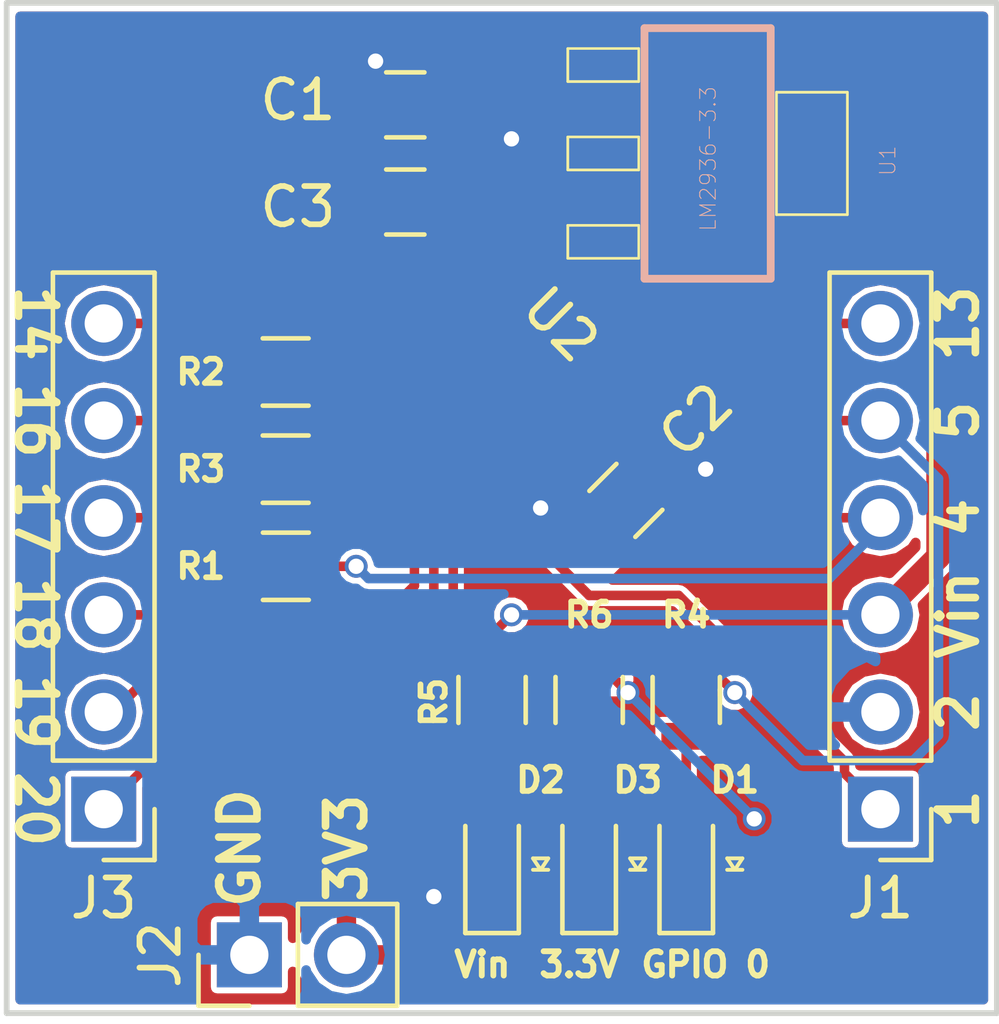
<source format=kicad_pcb>
(kicad_pcb (version 4) (host pcbnew 4.0.7-e2-6376~58~ubuntu16.04.1)

  (general
    (links 38)
    (no_connects 0)
    (area 99.442381 122.352999 129.15762 152.017619)
    (thickness 1.6)
    (drawings 21)
    (tracks 120)
    (zones 0)
    (modules 17)
    (nets 25)
  )

  (page A4)
  (layers
    (0 F.Cu signal)
    (31 B.Cu signal)
    (32 B.Adhes user)
    (33 F.Adhes user)
    (34 B.Paste user)
    (35 F.Paste user)
    (36 B.SilkS user)
    (37 F.SilkS user)
    (38 B.Mask user)
    (39 F.Mask user)
    (40 Dwgs.User user)
    (41 Cmts.User user)
    (42 Eco1.User user)
    (43 Eco2.User user)
    (44 Edge.Cuts user)
    (45 Margin user)
    (46 B.CrtYd user)
    (47 F.CrtYd user)
    (48 B.Fab user)
    (49 F.Fab user hide)
  )

  (setup
    (last_trace_width 0.25)
    (trace_clearance 0.15)
    (zone_clearance 0.1524)
    (zone_45_only no)
    (trace_min 0.2)
    (segment_width 0.2)
    (edge_width 0.15)
    (via_size 0.6)
    (via_drill 0.4)
    (via_min_size 0.4)
    (via_min_drill 0.3)
    (uvia_size 0.3)
    (uvia_drill 0.1)
    (uvias_allowed no)
    (uvia_min_size 0.2)
    (uvia_min_drill 0.1)
    (pcb_text_width 0.3)
    (pcb_text_size 1.5 1.5)
    (mod_edge_width 0.15)
    (mod_text_size 1 1)
    (mod_text_width 0.15)
    (pad_size 1 1.25)
    (pad_drill 0)
    (pad_to_mask_clearance 0.2)
    (aux_axis_origin 0 0)
    (visible_elements FFFFFF7F)
    (pcbplotparams
      (layerselection 0x010f0_80000001)
      (usegerberextensions false)
      (excludeedgelayer true)
      (linewidth 0.100000)
      (plotframeref false)
      (viasonmask false)
      (mode 1)
      (useauxorigin false)
      (hpglpennumber 1)
      (hpglpenspeed 20)
      (hpglpendiameter 15)
      (hpglpenoverlay 2)
      (psnegative false)
      (psa4output false)
      (plotreference true)
      (plotvalue true)
      (plotinvisibletext false)
      (padsonsilk false)
      (subtractmaskfromsilk false)
      (outputformat 1)
      (mirror false)
      (drillshape 0)
      (scaleselection 1)
      (outputdirectory ""))
  )

  (net 0 "")
  (net 1 VCC)
  (net 2 GND)
  (net 3 +3V3)
  (net 4 "Net-(D1-Pad2)")
  (net 5 "Net-(D2-Pad2)")
  (net 6 "Net-(D3-Pad2)")
  (net 7 SCLK)
  (net 8 RST)
  (net 9 GPIO_0)
  (net 10 INT)
  (net 11 MISO)
  (net 12 MOSI)
  (net 13 CS)
  (net 14 SDA)
  (net 15 SCL)
  (net 16 EINT)
  (net 17 "Net-(U2-Pad6)")
  (net 18 "Net-(U2-Pad7)")
  (net 19 "Net-(U2-Pad8)")
  (net 20 "Net-(U2-Pad9)")
  (net 21 "Net-(U2-Pad10)")
  (net 22 "Net-(U2-Pad11)")
  (net 23 "Net-(U2-Pad12)")
  (net 24 "Net-(U2-Pad15)")

  (net_class Default "This is the default net class."
    (clearance 0.15)
    (trace_width 0.25)
    (via_dia 0.6)
    (via_drill 0.4)
    (uvia_dia 0.3)
    (uvia_drill 0.1)
    (add_net +3V3)
    (add_net CS)
    (add_net EINT)
    (add_net GND)
    (add_net GPIO_0)
    (add_net INT)
    (add_net MISO)
    (add_net MOSI)
    (add_net "Net-(D1-Pad2)")
    (add_net "Net-(D2-Pad2)")
    (add_net "Net-(D3-Pad2)")
    (add_net "Net-(U2-Pad10)")
    (add_net "Net-(U2-Pad11)")
    (add_net "Net-(U2-Pad12)")
    (add_net "Net-(U2-Pad15)")
    (add_net "Net-(U2-Pad6)")
    (add_net "Net-(U2-Pad7)")
    (add_net "Net-(U2-Pad8)")
    (add_net "Net-(U2-Pad9)")
    (add_net RST)
    (add_net SCL)
    (add_net SCLK)
    (add_net SDA)
    (add_net VCC)
  )

  (module footprints:LED_0805_OEM (layer F.Cu) (tedit 5A0114EC) (tstamp 59F8B4B6)
    (at 114.3 144.95 90)
    (descr "LED 0805 smd package")
    (tags "LED led 0805 SMD smd SMT smt smdled SMDLED smtled SMTLED")
    (path /59F77968)
    (attr smd)
    (fp_text reference D2 (at 2.202 1.27 180) (layer F.SilkS)
      (effects (font (size 0.635 0.635) (thickness 0.15)))
    )
    (fp_text value LED_0805 (at 0.508 2.032 90) (layer F.Fab) hide
      (effects (font (size 1 1) (thickness 0.15)))
    )
    (fp_line (start -1.8 -0.7) (end -1.8 0.7) (layer F.SilkS) (width 0.12))
    (fp_line (start -0.146 1.07) (end -0.146 1.47) (layer F.SilkS) (width 0.1))
    (fp_line (start -0.146 1.27) (end 0.154 1.07) (layer F.SilkS) (width 0.1))
    (fp_line (start 0.154 1.47) (end -0.146 1.27) (layer F.SilkS) (width 0.1))
    (fp_line (start 0.154 1.07) (end 0.154 1.47) (layer F.SilkS) (width 0.1))
    (fp_line (start 1 0.6) (end -1 0.6) (layer F.Fab) (width 0.1))
    (fp_line (start 1 -0.6) (end 1 0.6) (layer F.Fab) (width 0.1))
    (fp_line (start -1 -0.6) (end 1 -0.6) (layer F.Fab) (width 0.1))
    (fp_line (start -1 0.6) (end -1 -0.6) (layer F.Fab) (width 0.1))
    (fp_line (start -1.8 0.7) (end 1 0.7) (layer F.SilkS) (width 0.12))
    (fp_line (start -1.8 -0.7) (end 1 -0.7) (layer F.SilkS) (width 0.12))
    (fp_line (start 1.95 -0.85) (end 1.95 0.85) (layer F.CrtYd) (width 0.05))
    (fp_line (start 1.95 0.85) (end -1.95 0.85) (layer F.CrtYd) (width 0.05))
    (fp_line (start -1.95 0.85) (end -1.95 -0.85) (layer F.CrtYd) (width 0.05))
    (fp_line (start -1.95 -0.85) (end 1.95 -0.85) (layer F.CrtYd) (width 0.05))
    (pad 2 smd rect (at 1.1 0 270) (size 1.2 1.2) (layers F.Cu F.Paste F.Mask)
      (net 5 "Net-(D2-Pad2)"))
    (pad 1 smd rect (at -1.1 0 270) (size 1.2 1.2) (layers F.Cu F.Paste F.Mask)
      (net 2 GND))
    (model ${KISYS3DMOD}/LEDs.3dshapes/LED_0805.wrl
      (at (xyz 0 0 0))
      (scale (xyz 1 1 1))
      (rotate (xyz 0 0 180))
    )
  )

  (module footprints:C_0805_OEM (layer F.Cu) (tedit 59F250E7) (tstamp 59F8B4A4)
    (at 117.801107 135.436893 45)
    (descr "Capacitor SMD 0805, reflow soldering, AVX (see smccp.pdf)")
    (tags "capacitor 0805")
    (path /59F77A32)
    (attr smd)
    (fp_text reference C2 (at 2.771707 -0.179605 45) (layer F.SilkS)
      (effects (font (size 1 1) (thickness 0.15)))
    )
    (fp_text value C_0.1uF (at 0 1.75 45) (layer F.Fab) hide
      (effects (font (size 1 1) (thickness 0.15)))
    )
    (fp_line (start -1 0.62) (end -1 -0.62) (layer F.Fab) (width 0.1))
    (fp_line (start 1 0.62) (end -1 0.62) (layer F.Fab) (width 0.1))
    (fp_line (start 1 -0.62) (end 1 0.62) (layer F.Fab) (width 0.1))
    (fp_line (start -1 -0.62) (end 1 -0.62) (layer F.Fab) (width 0.1))
    (fp_line (start 0.5 -0.85) (end -0.5 -0.85) (layer F.SilkS) (width 0.12))
    (fp_line (start -0.5 0.85) (end 0.5 0.85) (layer F.SilkS) (width 0.12))
    (fp_line (start -1.75 -0.88) (end 1.75 -0.88) (layer F.CrtYd) (width 0.05))
    (fp_line (start -1.75 -0.88) (end -1.75 0.87) (layer F.CrtYd) (width 0.05))
    (fp_line (start 1.75 0.87) (end 1.75 -0.88) (layer F.CrtYd) (width 0.05))
    (fp_line (start 1.75 0.87) (end -1.75 0.87) (layer F.CrtYd) (width 0.05))
    (pad 1 smd rect (at -1 0 45) (size 1 1.25) (layers F.Cu F.Paste F.Mask)
      (net 3 +3V3))
    (pad 2 smd rect (at 1 0 45) (size 1 1.25) (layers F.Cu F.Paste F.Mask)
      (net 2 GND))
    (model Capacitors_SMD.3dshapes/C_0805.wrl
      (at (xyz 0 0 0))
      (scale (xyz 1 1 1))
      (rotate (xyz 0 0 0))
    )
  )

  (module footprints:CP2120-QFN (layer F.Cu) (tedit 59F2478B) (tstamp 59F8B51C)
    (at 114.3 133.35 135)
    (path /59F776B0)
    (fp_text reference U2 (at 0.508 3.048 135) (layer F.SilkS)
      (effects (font (size 1 1) (thickness 0.15)))
    )
    (fp_text value CP2120 (at 0.254 4.318 135) (layer F.Fab) hide
      (effects (font (size 1 1) (thickness 0.15)))
    )
    (pad 1 smd rect (at -1.725 -1 135) (size 0.55 0.23) (layers F.Cu F.Paste F.Mask)
      (net 7 SCLK))
    (pad 2 smd rect (at -1.725 -0.5 135) (size 0.55 0.23) (layers F.Cu F.Paste F.Mask)
      (net 2 GND))
    (pad 3 smd rect (at -1.725 0 135) (size 0.55 0.23) (layers F.Cu F.Paste F.Mask)
      (net 3 +3V3))
    (pad 4 smd rect (at -1.725 0.5 135) (size 0.55 0.23) (layers F.Cu F.Paste F.Mask)
      (net 8 RST))
    (pad 5 smd rect (at -1.725 1 135) (size 0.55 0.23) (layers F.Cu F.Paste F.Mask)
      (net 9 GPIO_0))
    (pad 6 smd rect (at -1 1.725 135) (size 0.23 0.55) (layers F.Cu F.Paste F.Mask)
      (net 17 "Net-(U2-Pad6)"))
    (pad 7 smd rect (at -0.5 1.725 135) (size 0.23 0.55) (layers F.Cu F.Paste F.Mask)
      (net 18 "Net-(U2-Pad7)"))
    (pad 8 smd rect (at 0 1.725 135) (size 0.23 0.55) (layers F.Cu F.Paste F.Mask)
      (net 19 "Net-(U2-Pad8)"))
    (pad 9 smd rect (at 0.5 1.725 135) (size 0.23 0.55) (layers F.Cu F.Paste F.Mask)
      (net 20 "Net-(U2-Pad9)"))
    (pad 10 smd rect (at 1 1.725 135) (size 0.23 0.55) (layers F.Cu F.Paste F.Mask)
      (net 21 "Net-(U2-Pad10)"))
    (pad 11 smd rect (at 1.725 1 135) (size 0.55 0.23) (layers F.Cu F.Paste F.Mask)
      (net 22 "Net-(U2-Pad11)"))
    (pad 12 smd rect (at 1.725 0.5 135) (size 0.55 0.23) (layers F.Cu F.Paste F.Mask)
      (net 23 "Net-(U2-Pad12)"))
    (pad 13 smd rect (at 1.725 0 135) (size 0.55 0.23) (layers F.Cu F.Paste F.Mask)
      (net 16 EINT))
    (pad 14 smd rect (at 1.725 -0.5 135) (size 0.55 0.23) (layers F.Cu F.Paste F.Mask)
      (net 10 INT))
    (pad 15 smd rect (at 1.725 -1 135) (size 0.55 0.23) (layers F.Cu F.Paste F.Mask)
      (net 24 "Net-(U2-Pad15)"))
    (pad 16 smd rect (at 1 -1.725 135) (size 0.23 0.55) (layers F.Cu F.Paste F.Mask)
      (net 15 SCL))
    (pad 17 smd rect (at 0.5 -1.725 135) (size 0.23 0.55) (layers F.Cu F.Paste F.Mask)
      (net 14 SDA))
    (pad 18 smd rect (at 0 -1.725 135) (size 0.23 0.55) (layers F.Cu F.Paste F.Mask)
      (net 13 CS))
    (pad 19 smd rect (at -0.5 -1.725 135) (size 0.23 0.55) (layers F.Cu F.Paste F.Mask)
      (net 12 MOSI))
    (pad 20 smd rect (at -1 -1.725 135) (size 0.23 0.55) (layers F.Cu F.Paste F.Mask)
      (net 11 MISO))
    (pad GND smd rect (at 0 0 135) (size 2.15 2.15) (layers F.Cu F.Paste F.Mask)
      (net 2 GND))
    (pad "" smd rect (at -1.6025 -1.6025 135) (size 0.435 0.435) (layers F.Cu F.Paste F.Mask))
  )

  (module Pin_Headers:Pin_Header_Straight_1x06_Pitch2.54mm (layer F.Cu) (tedit 59650532) (tstamp 59FA7E08)
    (at 124.46 143.51 180)
    (descr "Through hole straight pin header, 1x06, 2.54mm pitch, single row")
    (tags "Through hole pin header THT 1x06 2.54mm single row")
    (path /59FA7E67)
    (fp_text reference J1 (at 0 -2.33 180) (layer F.SilkS)
      (effects (font (size 1 1) (thickness 0.15)))
    )
    (fp_text value Conn_01x06 (at 0 15.03 180) (layer F.Fab)
      (effects (font (size 1 1) (thickness 0.15)))
    )
    (fp_line (start -0.635 -1.27) (end 1.27 -1.27) (layer F.Fab) (width 0.1))
    (fp_line (start 1.27 -1.27) (end 1.27 13.97) (layer F.Fab) (width 0.1))
    (fp_line (start 1.27 13.97) (end -1.27 13.97) (layer F.Fab) (width 0.1))
    (fp_line (start -1.27 13.97) (end -1.27 -0.635) (layer F.Fab) (width 0.1))
    (fp_line (start -1.27 -0.635) (end -0.635 -1.27) (layer F.Fab) (width 0.1))
    (fp_line (start -1.33 14.03) (end 1.33 14.03) (layer F.SilkS) (width 0.12))
    (fp_line (start -1.33 1.27) (end -1.33 14.03) (layer F.SilkS) (width 0.12))
    (fp_line (start 1.33 1.27) (end 1.33 14.03) (layer F.SilkS) (width 0.12))
    (fp_line (start -1.33 1.27) (end 1.33 1.27) (layer F.SilkS) (width 0.12))
    (fp_line (start -1.33 0) (end -1.33 -1.33) (layer F.SilkS) (width 0.12))
    (fp_line (start -1.33 -1.33) (end 0 -1.33) (layer F.SilkS) (width 0.12))
    (fp_line (start -1.8 -1.8) (end -1.8 14.5) (layer F.CrtYd) (width 0.05))
    (fp_line (start -1.8 14.5) (end 1.8 14.5) (layer F.CrtYd) (width 0.05))
    (fp_line (start 1.8 14.5) (end 1.8 -1.8) (layer F.CrtYd) (width 0.05))
    (fp_line (start 1.8 -1.8) (end -1.8 -1.8) (layer F.CrtYd) (width 0.05))
    (fp_text user %R (at 0 6.35 270) (layer F.Fab)
      (effects (font (size 1 1) (thickness 0.15)))
    )
    (pad 1 thru_hole rect (at 0 0 180) (size 1.7 1.7) (drill 1) (layers *.Cu *.Mask)
      (net 7 SCLK))
    (pad 2 thru_hole oval (at 0 2.54 180) (size 1.7 1.7) (drill 1) (layers *.Cu *.Mask)
      (net 2 GND))
    (pad 3 thru_hole oval (at 0 5.08 180) (size 1.7 1.7) (drill 1) (layers *.Cu *.Mask)
      (net 1 VCC))
    (pad 4 thru_hole oval (at 0 7.62 180) (size 1.7 1.7) (drill 1) (layers *.Cu *.Mask)
      (net 8 RST))
    (pad 5 thru_hole oval (at 0 10.16 180) (size 1.7 1.7) (drill 1) (layers *.Cu *.Mask)
      (net 9 GPIO_0))
    (pad 6 thru_hole oval (at 0 12.7 180) (size 1.7 1.7) (drill 1) (layers *.Cu *.Mask)
      (net 16 EINT))
    (model ${KISYS3DMOD}/Pin_Headers.3dshapes/Pin_Header_Straight_1x06_Pitch2.54mm.wrl
      (at (xyz 0 0 0))
      (scale (xyz 1 1 1))
      (rotate (xyz 0 0 0))
    )
  )

  (module footprints:C_0805_OEM (layer F.Cu) (tedit 59F250E7) (tstamp 59F8B49E)
    (at 112.03 125.095 180)
    (descr "Capacitor SMD 0805, reflow soldering, AVX (see smccp.pdf)")
    (tags "capacitor 0805")
    (path /59F777E9)
    (attr smd)
    (fp_text reference C1 (at 2.81 0.127 180) (layer F.SilkS)
      (effects (font (size 1 1) (thickness 0.15)))
    )
    (fp_text value C_0.1uF (at 0 1.75 180) (layer F.Fab) hide
      (effects (font (size 1 1) (thickness 0.15)))
    )
    (fp_line (start -1 0.62) (end -1 -0.62) (layer F.Fab) (width 0.1))
    (fp_line (start 1 0.62) (end -1 0.62) (layer F.Fab) (width 0.1))
    (fp_line (start 1 -0.62) (end 1 0.62) (layer F.Fab) (width 0.1))
    (fp_line (start -1 -0.62) (end 1 -0.62) (layer F.Fab) (width 0.1))
    (fp_line (start 0.5 -0.85) (end -0.5 -0.85) (layer F.SilkS) (width 0.12))
    (fp_line (start -0.5 0.85) (end 0.5 0.85) (layer F.SilkS) (width 0.12))
    (fp_line (start -1.75 -0.88) (end 1.75 -0.88) (layer F.CrtYd) (width 0.05))
    (fp_line (start -1.75 -0.88) (end -1.75 0.87) (layer F.CrtYd) (width 0.05))
    (fp_line (start 1.75 0.87) (end 1.75 -0.88) (layer F.CrtYd) (width 0.05))
    (fp_line (start 1.75 0.87) (end -1.75 0.87) (layer F.CrtYd) (width 0.05))
    (pad 1 smd rect (at -1 0 180) (size 1 1.25) (layers F.Cu F.Paste F.Mask)
      (net 1 VCC))
    (pad 2 smd rect (at 1 0 180) (size 1 1.25) (layers F.Cu F.Paste F.Mask)
      (net 2 GND))
    (model Capacitors_SMD.3dshapes/C_0805.wrl
      (at (xyz 0 0 0))
      (scale (xyz 1 1 1))
      (rotate (xyz 0 0 0))
    )
  )

  (module footprints:C_0805_OEM (layer F.Cu) (tedit 59F250E7) (tstamp 59F8B4AA)
    (at 112.03 127.635 180)
    (descr "Capacitor SMD 0805, reflow soldering, AVX (see smccp.pdf)")
    (tags "capacitor 0805")
    (path /59F77735)
    (attr smd)
    (fp_text reference C3 (at 2.81 -0.127 180) (layer F.SilkS)
      (effects (font (size 1 1) (thickness 0.15)))
    )
    (fp_text value C_10uF (at 0 1.75 180) (layer F.Fab) hide
      (effects (font (size 1 1) (thickness 0.15)))
    )
    (fp_line (start -1 0.62) (end -1 -0.62) (layer F.Fab) (width 0.1))
    (fp_line (start 1 0.62) (end -1 0.62) (layer F.Fab) (width 0.1))
    (fp_line (start 1 -0.62) (end 1 0.62) (layer F.Fab) (width 0.1))
    (fp_line (start -1 -0.62) (end 1 -0.62) (layer F.Fab) (width 0.1))
    (fp_line (start 0.5 -0.85) (end -0.5 -0.85) (layer F.SilkS) (width 0.12))
    (fp_line (start -0.5 0.85) (end 0.5 0.85) (layer F.SilkS) (width 0.12))
    (fp_line (start -1.75 -0.88) (end 1.75 -0.88) (layer F.CrtYd) (width 0.05))
    (fp_line (start -1.75 -0.88) (end -1.75 0.87) (layer F.CrtYd) (width 0.05))
    (fp_line (start 1.75 0.87) (end 1.75 -0.88) (layer F.CrtYd) (width 0.05))
    (fp_line (start 1.75 0.87) (end -1.75 0.87) (layer F.CrtYd) (width 0.05))
    (pad 1 smd rect (at -1 0 180) (size 1 1.25) (layers F.Cu F.Paste F.Mask)
      (net 3 +3V3))
    (pad 2 smd rect (at 1 0 180) (size 1 1.25) (layers F.Cu F.Paste F.Mask)
      (net 2 GND))
    (model Capacitors_SMD.3dshapes/C_0805.wrl
      (at (xyz 0 0 0))
      (scale (xyz 1 1 1))
      (rotate (xyz 0 0 0))
    )
  )

  (module footprints:LED_0805_OEM (layer F.Cu) (tedit 5A011116) (tstamp 59F8B4B0)
    (at 119.38 144.95 90)
    (descr "LED 0805 smd package")
    (tags "LED led 0805 SMD smd SMT smt smdled SMDLED smtled SMTLED")
    (path /59F77766)
    (attr smd)
    (fp_text reference D1 (at 2.202 1.27 180) (layer F.SilkS)
      (effects (font (size 0.635 0.635) (thickness 0.15)))
    )
    (fp_text value LED_0805 (at 0.508 2.032 90) (layer F.Fab) hide
      (effects (font (size 1 1) (thickness 0.15)))
    )
    (fp_line (start -1.8 -0.7) (end -1.8 0.7) (layer F.SilkS) (width 0.12))
    (fp_line (start -0.146 1.07) (end -0.146 1.47) (layer F.SilkS) (width 0.1))
    (fp_line (start -0.146 1.27) (end 0.154 1.07) (layer F.SilkS) (width 0.1))
    (fp_line (start 0.154 1.47) (end -0.146 1.27) (layer F.SilkS) (width 0.1))
    (fp_line (start 0.154 1.07) (end 0.154 1.47) (layer F.SilkS) (width 0.1))
    (fp_line (start 1 0.6) (end -1 0.6) (layer F.Fab) (width 0.1))
    (fp_line (start 1 -0.6) (end 1 0.6) (layer F.Fab) (width 0.1))
    (fp_line (start -1 -0.6) (end 1 -0.6) (layer F.Fab) (width 0.1))
    (fp_line (start -1 0.6) (end -1 -0.6) (layer F.Fab) (width 0.1))
    (fp_line (start -1.8 0.7) (end 1 0.7) (layer F.SilkS) (width 0.12))
    (fp_line (start -1.8 -0.7) (end 1 -0.7) (layer F.SilkS) (width 0.12))
    (fp_line (start 1.95 -0.85) (end 1.95 0.85) (layer F.CrtYd) (width 0.05))
    (fp_line (start 1.95 0.85) (end -1.95 0.85) (layer F.CrtYd) (width 0.05))
    (fp_line (start -1.95 0.85) (end -1.95 -0.85) (layer F.CrtYd) (width 0.05))
    (fp_line (start -1.95 -0.85) (end 1.95 -0.85) (layer F.CrtYd) (width 0.05))
    (pad 2 smd rect (at 1.1 0 270) (size 1.2 1.2) (layers F.Cu F.Paste F.Mask)
      (net 4 "Net-(D1-Pad2)"))
    (pad 1 smd rect (at -1.1 0 270) (size 1.2 1.2) (layers F.Cu F.Paste F.Mask)
      (net 2 GND))
    (model ${KISYS3DMOD}/LEDs.3dshapes/LED_0805.wrl
      (at (xyz 0 0 0))
      (scale (xyz 1 1 1))
      (rotate (xyz 0 0 180))
    )
  )

  (module footprints:LED_0805_OEM (layer F.Cu) (tedit 5A011104) (tstamp 59F8B4BC)
    (at 116.84 144.95 90)
    (descr "LED 0805 smd package")
    (tags "LED led 0805 SMD smd SMT smt smdled SMDLED smtled SMTLED")
    (path /59F77AA3)
    (attr smd)
    (fp_text reference D3 (at 2.202 1.27 180) (layer F.SilkS)
      (effects (font (size 0.635 0.635) (thickness 0.15)))
    )
    (fp_text value LED_0805 (at 0.508 2.032 90) (layer F.Fab) hide
      (effects (font (size 1 1) (thickness 0.15)))
    )
    (fp_line (start -1.8 -0.7) (end -1.8 0.7) (layer F.SilkS) (width 0.12))
    (fp_line (start -0.146 1.07) (end -0.146 1.47) (layer F.SilkS) (width 0.1))
    (fp_line (start -0.146 1.27) (end 0.154 1.07) (layer F.SilkS) (width 0.1))
    (fp_line (start 0.154 1.47) (end -0.146 1.27) (layer F.SilkS) (width 0.1))
    (fp_line (start 0.154 1.07) (end 0.154 1.47) (layer F.SilkS) (width 0.1))
    (fp_line (start 1 0.6) (end -1 0.6) (layer F.Fab) (width 0.1))
    (fp_line (start 1 -0.6) (end 1 0.6) (layer F.Fab) (width 0.1))
    (fp_line (start -1 -0.6) (end 1 -0.6) (layer F.Fab) (width 0.1))
    (fp_line (start -1 0.6) (end -1 -0.6) (layer F.Fab) (width 0.1))
    (fp_line (start -1.8 0.7) (end 1 0.7) (layer F.SilkS) (width 0.12))
    (fp_line (start -1.8 -0.7) (end 1 -0.7) (layer F.SilkS) (width 0.12))
    (fp_line (start 1.95 -0.85) (end 1.95 0.85) (layer F.CrtYd) (width 0.05))
    (fp_line (start 1.95 0.85) (end -1.95 0.85) (layer F.CrtYd) (width 0.05))
    (fp_line (start -1.95 0.85) (end -1.95 -0.85) (layer F.CrtYd) (width 0.05))
    (fp_line (start -1.95 -0.85) (end 1.95 -0.85) (layer F.CrtYd) (width 0.05))
    (pad 2 smd rect (at 1.1 0 270) (size 1.2 1.2) (layers F.Cu F.Paste F.Mask)
      (net 6 "Net-(D3-Pad2)"))
    (pad 1 smd rect (at -1.1 0 270) (size 1.2 1.2) (layers F.Cu F.Paste F.Mask)
      (net 2 GND))
    (model ${KISYS3DMOD}/LEDs.3dshapes/LED_0805.wrl
      (at (xyz 0 0 0))
      (scale (xyz 1 1 1))
      (rotate (xyz 0 0 180))
    )
  )

  (module footprints:R_0805_OEM (layer F.Cu) (tedit 5A01117A) (tstamp 59F8B4DC)
    (at 108.905 137.16)
    (descr "Resistor SMD 0805, reflow soldering, Vishay (see dcrcw.pdf)")
    (tags "resistor 0805")
    (path /59F7EB19)
    (attr smd)
    (fp_text reference R1 (at -2.225 0) (layer F.SilkS)
      (effects (font (size 0.635 0.635) (thickness 0.15)))
    )
    (fp_text value 4.7k (at 0 1.75) (layer F.Fab) hide
      (effects (font (size 1 1) (thickness 0.15)))
    )
    (fp_line (start -1 0.62) (end -1 -0.62) (layer F.Fab) (width 0.1))
    (fp_line (start 1 0.62) (end -1 0.62) (layer F.Fab) (width 0.1))
    (fp_line (start 1 -0.62) (end 1 0.62) (layer F.Fab) (width 0.1))
    (fp_line (start -1 -0.62) (end 1 -0.62) (layer F.Fab) (width 0.1))
    (fp_line (start 0.6 0.88) (end -0.6 0.88) (layer F.SilkS) (width 0.12))
    (fp_line (start -0.6 -0.88) (end 0.6 -0.88) (layer F.SilkS) (width 0.12))
    (fp_line (start -1.55 -0.9) (end 1.55 -0.9) (layer F.CrtYd) (width 0.05))
    (fp_line (start -1.55 -0.9) (end -1.55 0.9) (layer F.CrtYd) (width 0.05))
    (fp_line (start 1.55 0.9) (end 1.55 -0.9) (layer F.CrtYd) (width 0.05))
    (fp_line (start 1.55 0.9) (end -1.55 0.9) (layer F.CrtYd) (width 0.05))
    (pad 1 smd rect (at -0.95 0) (size 0.7 1.3) (layers F.Cu F.Paste F.Mask)
      (net 3 +3V3))
    (pad 2 smd rect (at 0.95 0) (size 0.7 1.3) (layers F.Cu F.Paste F.Mask)
      (net 8 RST))
    (model ${KISYS3DMOD}/Resistors_SMD.3dshapes/R_0805.wrl
      (at (xyz 0 0 0))
      (scale (xyz 1 1 1))
      (rotate (xyz 0 0 0))
    )
  )

  (module footprints:R_0805_OEM (layer F.Cu) (tedit 5A011196) (tstamp 59F8B4E2)
    (at 108.9 132.08)
    (descr "Resistor SMD 0805, reflow soldering, Vishay (see dcrcw.pdf)")
    (tags "resistor 0805")
    (path /59F7C7FD)
    (attr smd)
    (fp_text reference R2 (at -2.22 0) (layer F.SilkS)
      (effects (font (size 0.635 0.635) (thickness 0.15)))
    )
    (fp_text value 4.7k (at 0 1.75) (layer F.Fab) hide
      (effects (font (size 1 1) (thickness 0.15)))
    )
    (fp_line (start -1 0.62) (end -1 -0.62) (layer F.Fab) (width 0.1))
    (fp_line (start 1 0.62) (end -1 0.62) (layer F.Fab) (width 0.1))
    (fp_line (start 1 -0.62) (end 1 0.62) (layer F.Fab) (width 0.1))
    (fp_line (start -1 -0.62) (end 1 -0.62) (layer F.Fab) (width 0.1))
    (fp_line (start 0.6 0.88) (end -0.6 0.88) (layer F.SilkS) (width 0.12))
    (fp_line (start -0.6 -0.88) (end 0.6 -0.88) (layer F.SilkS) (width 0.12))
    (fp_line (start -1.55 -0.9) (end 1.55 -0.9) (layer F.CrtYd) (width 0.05))
    (fp_line (start -1.55 -0.9) (end -1.55 0.9) (layer F.CrtYd) (width 0.05))
    (fp_line (start 1.55 0.9) (end 1.55 -0.9) (layer F.CrtYd) (width 0.05))
    (fp_line (start 1.55 0.9) (end -1.55 0.9) (layer F.CrtYd) (width 0.05))
    (pad 1 smd rect (at -0.95 0) (size 0.7 1.3) (layers F.Cu F.Paste F.Mask)
      (net 3 +3V3))
    (pad 2 smd rect (at 0.95 0) (size 0.7 1.3) (layers F.Cu F.Paste F.Mask)
      (net 15 SCL))
    (model ${KISYS3DMOD}/Resistors_SMD.3dshapes/R_0805.wrl
      (at (xyz 0 0 0))
      (scale (xyz 1 1 1))
      (rotate (xyz 0 0 0))
    )
  )

  (module footprints:R_0805_OEM (layer F.Cu) (tedit 5A011188) (tstamp 59F8B4E8)
    (at 108.9 134.62)
    (descr "Resistor SMD 0805, reflow soldering, Vishay (see dcrcw.pdf)")
    (tags "resistor 0805")
    (path /59F7C8CA)
    (attr smd)
    (fp_text reference R3 (at -2.22 0) (layer F.SilkS)
      (effects (font (size 0.635 0.635) (thickness 0.15)))
    )
    (fp_text value 4.7k (at 0 1.75) (layer F.Fab) hide
      (effects (font (size 1 1) (thickness 0.15)))
    )
    (fp_line (start -1 0.62) (end -1 -0.62) (layer F.Fab) (width 0.1))
    (fp_line (start 1 0.62) (end -1 0.62) (layer F.Fab) (width 0.1))
    (fp_line (start 1 -0.62) (end 1 0.62) (layer F.Fab) (width 0.1))
    (fp_line (start -1 -0.62) (end 1 -0.62) (layer F.Fab) (width 0.1))
    (fp_line (start 0.6 0.88) (end -0.6 0.88) (layer F.SilkS) (width 0.12))
    (fp_line (start -0.6 -0.88) (end 0.6 -0.88) (layer F.SilkS) (width 0.12))
    (fp_line (start -1.55 -0.9) (end 1.55 -0.9) (layer F.CrtYd) (width 0.05))
    (fp_line (start -1.55 -0.9) (end -1.55 0.9) (layer F.CrtYd) (width 0.05))
    (fp_line (start 1.55 0.9) (end 1.55 -0.9) (layer F.CrtYd) (width 0.05))
    (fp_line (start 1.55 0.9) (end -1.55 0.9) (layer F.CrtYd) (width 0.05))
    (pad 1 smd rect (at -0.95 0) (size 0.7 1.3) (layers F.Cu F.Paste F.Mask)
      (net 3 +3V3))
    (pad 2 smd rect (at 0.95 0) (size 0.7 1.3) (layers F.Cu F.Paste F.Mask)
      (net 14 SDA))
    (model ${KISYS3DMOD}/Resistors_SMD.3dshapes/R_0805.wrl
      (at (xyz 0 0 0))
      (scale (xyz 1 1 1))
      (rotate (xyz 0 0 0))
    )
  )

  (module footprints:R_0805_OEM (layer F.Cu) (tedit 5A011146) (tstamp 59F8B4EE)
    (at 119.38 140.655 270)
    (descr "Resistor SMD 0805, reflow soldering, Vishay (see dcrcw.pdf)")
    (tags "resistor 0805")
    (path /59F779A0)
    (attr smd)
    (fp_text reference R4 (at -2.225 0 360) (layer F.SilkS)
      (effects (font (size 0.635 0.635) (thickness 0.15)))
    )
    (fp_text value R (at 0 1.75 270) (layer F.Fab) hide
      (effects (font (size 1 1) (thickness 0.15)))
    )
    (fp_line (start -1 0.62) (end -1 -0.62) (layer F.Fab) (width 0.1))
    (fp_line (start 1 0.62) (end -1 0.62) (layer F.Fab) (width 0.1))
    (fp_line (start 1 -0.62) (end 1 0.62) (layer F.Fab) (width 0.1))
    (fp_line (start -1 -0.62) (end 1 -0.62) (layer F.Fab) (width 0.1))
    (fp_line (start 0.6 0.88) (end -0.6 0.88) (layer F.SilkS) (width 0.12))
    (fp_line (start -0.6 -0.88) (end 0.6 -0.88) (layer F.SilkS) (width 0.12))
    (fp_line (start -1.55 -0.9) (end 1.55 -0.9) (layer F.CrtYd) (width 0.05))
    (fp_line (start -1.55 -0.9) (end -1.55 0.9) (layer F.CrtYd) (width 0.05))
    (fp_line (start 1.55 0.9) (end 1.55 -0.9) (layer F.CrtYd) (width 0.05))
    (fp_line (start 1.55 0.9) (end -1.55 0.9) (layer F.CrtYd) (width 0.05))
    (pad 1 smd rect (at -0.95 0 270) (size 0.7 1.3) (layers F.Cu F.Paste F.Mask)
      (net 9 GPIO_0))
    (pad 2 smd rect (at 0.95 0 270) (size 0.7 1.3) (layers F.Cu F.Paste F.Mask)
      (net 4 "Net-(D1-Pad2)"))
    (model ${KISYS3DMOD}/Resistors_SMD.3dshapes/R_0805.wrl
      (at (xyz 0 0 0))
      (scale (xyz 1 1 1))
      (rotate (xyz 0 0 0))
    )
  )

  (module footprints:R_0805_OEM (layer F.Cu) (tedit 5A01115E) (tstamp 59F8B4F4)
    (at 114.3 140.655 270)
    (descr "Resistor SMD 0805, reflow soldering, Vishay (see dcrcw.pdf)")
    (tags "resistor 0805")
    (path /59F779F2)
    (attr smd)
    (fp_text reference R5 (at 0.061 1.524 270) (layer F.SilkS)
      (effects (font (size 0.635 0.635) (thickness 0.15)))
    )
    (fp_text value R (at 0 1.75 270) (layer F.Fab) hide
      (effects (font (size 1 1) (thickness 0.15)))
    )
    (fp_line (start -1 0.62) (end -1 -0.62) (layer F.Fab) (width 0.1))
    (fp_line (start 1 0.62) (end -1 0.62) (layer F.Fab) (width 0.1))
    (fp_line (start 1 -0.62) (end 1 0.62) (layer F.Fab) (width 0.1))
    (fp_line (start -1 -0.62) (end 1 -0.62) (layer F.Fab) (width 0.1))
    (fp_line (start 0.6 0.88) (end -0.6 0.88) (layer F.SilkS) (width 0.12))
    (fp_line (start -0.6 -0.88) (end 0.6 -0.88) (layer F.SilkS) (width 0.12))
    (fp_line (start -1.55 -0.9) (end 1.55 -0.9) (layer F.CrtYd) (width 0.05))
    (fp_line (start -1.55 -0.9) (end -1.55 0.9) (layer F.CrtYd) (width 0.05))
    (fp_line (start 1.55 0.9) (end 1.55 -0.9) (layer F.CrtYd) (width 0.05))
    (fp_line (start 1.55 0.9) (end -1.55 0.9) (layer F.CrtYd) (width 0.05))
    (pad 1 smd rect (at -0.95 0 270) (size 0.7 1.3) (layers F.Cu F.Paste F.Mask)
      (net 1 VCC))
    (pad 2 smd rect (at 0.95 0 270) (size 0.7 1.3) (layers F.Cu F.Paste F.Mask)
      (net 5 "Net-(D2-Pad2)"))
    (model ${KISYS3DMOD}/Resistors_SMD.3dshapes/R_0805.wrl
      (at (xyz 0 0 0))
      (scale (xyz 1 1 1))
      (rotate (xyz 0 0 0))
    )
  )

  (module footprints:R_0805_OEM (layer F.Cu) (tedit 5A011153) (tstamp 59F8B4FA)
    (at 116.84 140.655 270)
    (descr "Resistor SMD 0805, reflow soldering, Vishay (see dcrcw.pdf)")
    (tags "resistor 0805")
    (path /59F77AF7)
    (attr smd)
    (fp_text reference R6 (at -2.225 0 360) (layer F.SilkS)
      (effects (font (size 0.635 0.635) (thickness 0.15)))
    )
    (fp_text value R (at 0 1.75 270) (layer F.Fab) hide
      (effects (font (size 1 1) (thickness 0.15)))
    )
    (fp_line (start -1 0.62) (end -1 -0.62) (layer F.Fab) (width 0.1))
    (fp_line (start 1 0.62) (end -1 0.62) (layer F.Fab) (width 0.1))
    (fp_line (start 1 -0.62) (end 1 0.62) (layer F.Fab) (width 0.1))
    (fp_line (start -1 -0.62) (end 1 -0.62) (layer F.Fab) (width 0.1))
    (fp_line (start 0.6 0.88) (end -0.6 0.88) (layer F.SilkS) (width 0.12))
    (fp_line (start -0.6 -0.88) (end 0.6 -0.88) (layer F.SilkS) (width 0.12))
    (fp_line (start -1.55 -0.9) (end 1.55 -0.9) (layer F.CrtYd) (width 0.05))
    (fp_line (start -1.55 -0.9) (end -1.55 0.9) (layer F.CrtYd) (width 0.05))
    (fp_line (start 1.55 0.9) (end 1.55 -0.9) (layer F.CrtYd) (width 0.05))
    (fp_line (start 1.55 0.9) (end -1.55 0.9) (layer F.CrtYd) (width 0.05))
    (pad 1 smd rect (at -0.95 0 270) (size 0.7 1.3) (layers F.Cu F.Paste F.Mask)
      (net 3 +3V3))
    (pad 2 smd rect (at 0.95 0 270) (size 0.7 1.3) (layers F.Cu F.Paste F.Mask)
      (net 6 "Net-(D3-Pad2)"))
    (model ${KISYS3DMOD}/Resistors_SMD.3dshapes/R_0805.wrl
      (at (xyz 0 0 0))
      (scale (xyz 1 1 1))
      (rotate (xyz 0 0 0))
    )
  )

  (module SparkFun-PowerIC:SOT223 (layer F.Cu) (tedit 200000) (tstamp 59F8B502)
    (at 119.9388 126.365 270)
    (descr SOT-223)
    (tags SOT-223)
    (path /59F8B32B)
    (attr smd)
    (fp_text reference U1 (at 0.1905 -4.7117 270) (layer B.SilkS)
      (effects (font (size 0.4064 0.4064) (thickness 0.0254)))
    )
    (fp_text value LM2936-3.3 (at 0.1397 -0.0127 270) (layer B.SilkS)
      (effects (font (size 0.4064 0.4064) (thickness 0.0254)))
    )
    (fp_line (start -1.6002 -1.80086) (end 1.6002 -1.80086) (layer F.SilkS) (width 0.06604))
    (fp_line (start 1.6002 -1.80086) (end 1.6002 -3.6576) (layer F.SilkS) (width 0.06604))
    (fp_line (start -1.6002 -3.6576) (end 1.6002 -3.6576) (layer F.SilkS) (width 0.06604))
    (fp_line (start -1.6002 -1.80086) (end -1.6002 -3.6576) (layer F.SilkS) (width 0.06604))
    (fp_line (start -0.4318 3.6576) (end 0.4318 3.6576) (layer F.SilkS) (width 0.06604))
    (fp_line (start 0.4318 3.6576) (end 0.4318 1.80086) (layer F.SilkS) (width 0.06604))
    (fp_line (start -0.4318 1.80086) (end 0.4318 1.80086) (layer F.SilkS) (width 0.06604))
    (fp_line (start -0.4318 3.6576) (end -0.4318 1.80086) (layer F.SilkS) (width 0.06604))
    (fp_line (start -2.7432 3.6576) (end -1.8796 3.6576) (layer F.SilkS) (width 0.06604))
    (fp_line (start -1.8796 3.6576) (end -1.8796 1.80086) (layer F.SilkS) (width 0.06604))
    (fp_line (start -2.7432 1.80086) (end -1.8796 1.80086) (layer F.SilkS) (width 0.06604))
    (fp_line (start -2.7432 3.6576) (end -2.7432 1.80086) (layer F.SilkS) (width 0.06604))
    (fp_line (start 1.8796 3.6576) (end 2.7432 3.6576) (layer F.SilkS) (width 0.06604))
    (fp_line (start 2.7432 3.6576) (end 2.7432 1.80086) (layer F.SilkS) (width 0.06604))
    (fp_line (start 1.8796 1.80086) (end 2.7432 1.80086) (layer F.SilkS) (width 0.06604))
    (fp_line (start 1.8796 3.6576) (end 1.8796 1.80086) (layer F.SilkS) (width 0.06604))
    (fp_line (start -1.6002 -1.80086) (end 1.6002 -1.80086) (layer F.SilkS) (width 0.06604))
    (fp_line (start 1.6002 -1.80086) (end 1.6002 -3.6576) (layer F.SilkS) (width 0.06604))
    (fp_line (start -1.6002 -3.6576) (end 1.6002 -3.6576) (layer F.SilkS) (width 0.06604))
    (fp_line (start -1.6002 -1.80086) (end -1.6002 -3.6576) (layer F.SilkS) (width 0.06604))
    (fp_line (start -0.4318 3.6576) (end 0.4318 3.6576) (layer F.SilkS) (width 0.06604))
    (fp_line (start 0.4318 3.6576) (end 0.4318 1.80086) (layer F.SilkS) (width 0.06604))
    (fp_line (start -0.4318 1.80086) (end 0.4318 1.80086) (layer F.SilkS) (width 0.06604))
    (fp_line (start -0.4318 3.6576) (end -0.4318 1.80086) (layer F.SilkS) (width 0.06604))
    (fp_line (start -2.7432 3.6576) (end -1.8796 3.6576) (layer F.SilkS) (width 0.06604))
    (fp_line (start -1.8796 3.6576) (end -1.8796 1.80086) (layer F.SilkS) (width 0.06604))
    (fp_line (start -2.7432 1.80086) (end -1.8796 1.80086) (layer F.SilkS) (width 0.06604))
    (fp_line (start -2.7432 3.6576) (end -2.7432 1.80086) (layer F.SilkS) (width 0.06604))
    (fp_line (start 1.8796 3.6576) (end 2.7432 3.6576) (layer F.SilkS) (width 0.06604))
    (fp_line (start 2.7432 3.6576) (end 2.7432 1.80086) (layer F.SilkS) (width 0.06604))
    (fp_line (start 1.8796 1.80086) (end 2.7432 1.80086) (layer F.SilkS) (width 0.06604))
    (fp_line (start 1.8796 3.6576) (end 1.8796 1.80086) (layer F.SilkS) (width 0.06604))
    (fp_line (start 3.2766 -1.651) (end 3.2766 1.651) (layer B.SilkS) (width 0.2032))
    (fp_line (start 3.2766 1.651) (end -3.2766 1.651) (layer B.SilkS) (width 0.2032))
    (fp_line (start -3.2766 1.651) (end -3.2766 -1.651) (layer B.SilkS) (width 0.2032))
    (fp_line (start -3.2766 -1.651) (end 3.2766 -1.651) (layer B.SilkS) (width 0.2032))
    (pad 1 smd rect (at -2.3114 3.0988 270) (size 1.2192 2.2352) (layers F.Cu F.Paste F.Mask)
      (net 1 VCC))
    (pad 2 smd rect (at 0 3.0988 270) (size 1.2192 2.2352) (layers F.Cu F.Paste F.Mask)
      (net 2 GND))
    (pad 3 smd rect (at 2.3114 3.0988 270) (size 1.2192 2.2352) (layers F.Cu F.Paste F.Mask)
      (net 3 +3V3))
    (pad 4 smd rect (at 0 -3.0988 270) (size 3.59918 2.19964) (layers F.Cu F.Paste F.Mask))
  )

  (module Pin_Headers:Pin_Header_Straight_1x02_Pitch2.54mm (layer F.Cu) (tedit 59650532) (tstamp 59FA7E21)
    (at 107.95 147.32 90)
    (descr "Through hole straight pin header, 1x02, 2.54mm pitch, single row")
    (tags "Through hole pin header THT 1x02 2.54mm single row")
    (path /59FA82A3)
    (fp_text reference J2 (at 0 -2.33 90) (layer F.SilkS)
      (effects (font (size 1 1) (thickness 0.15)))
    )
    (fp_text value Conn_01x02 (at 0 4.87 90) (layer F.Fab)
      (effects (font (size 1 1) (thickness 0.15)))
    )
    (fp_line (start -0.635 -1.27) (end 1.27 -1.27) (layer F.Fab) (width 0.1))
    (fp_line (start 1.27 -1.27) (end 1.27 3.81) (layer F.Fab) (width 0.1))
    (fp_line (start 1.27 3.81) (end -1.27 3.81) (layer F.Fab) (width 0.1))
    (fp_line (start -1.27 3.81) (end -1.27 -0.635) (layer F.Fab) (width 0.1))
    (fp_line (start -1.27 -0.635) (end -0.635 -1.27) (layer F.Fab) (width 0.1))
    (fp_line (start -1.33 3.87) (end 1.33 3.87) (layer F.SilkS) (width 0.12))
    (fp_line (start -1.33 1.27) (end -1.33 3.87) (layer F.SilkS) (width 0.12))
    (fp_line (start 1.33 1.27) (end 1.33 3.87) (layer F.SilkS) (width 0.12))
    (fp_line (start -1.33 1.27) (end 1.33 1.27) (layer F.SilkS) (width 0.12))
    (fp_line (start -1.33 0) (end -1.33 -1.33) (layer F.SilkS) (width 0.12))
    (fp_line (start -1.33 -1.33) (end 0 -1.33) (layer F.SilkS) (width 0.12))
    (fp_line (start -1.8 -1.8) (end -1.8 4.35) (layer F.CrtYd) (width 0.05))
    (fp_line (start -1.8 4.35) (end 1.8 4.35) (layer F.CrtYd) (width 0.05))
    (fp_line (start 1.8 4.35) (end 1.8 -1.8) (layer F.CrtYd) (width 0.05))
    (fp_line (start 1.8 -1.8) (end -1.8 -1.8) (layer F.CrtYd) (width 0.05))
    (fp_text user %R (at 0 1.27 180) (layer F.Fab)
      (effects (font (size 1 1) (thickness 0.15)))
    )
    (pad 1 thru_hole rect (at 0 0 90) (size 1.7 1.7) (drill 1) (layers *.Cu *.Mask)
      (net 2 GND))
    (pad 2 thru_hole oval (at 0 2.54 90) (size 1.7 1.7) (drill 1) (layers *.Cu *.Mask)
      (net 3 +3V3))
    (model ${KISYS3DMOD}/Pin_Headers.3dshapes/Pin_Header_Straight_1x02_Pitch2.54mm.wrl
      (at (xyz 0 0 0))
      (scale (xyz 1 1 1))
      (rotate (xyz 0 0 0))
    )
  )

  (module Pin_Headers:Pin_Header_Straight_1x06_Pitch2.54mm (layer F.Cu) (tedit 59650532) (tstamp 59FA7E36)
    (at 104.14 143.51 180)
    (descr "Through hole straight pin header, 1x06, 2.54mm pitch, single row")
    (tags "Through hole pin header THT 1x06 2.54mm single row")
    (path /59FA7CCE)
    (fp_text reference J3 (at 0 -2.33 180) (layer F.SilkS)
      (effects (font (size 1 1) (thickness 0.15)))
    )
    (fp_text value Conn_01x06 (at 0 15.03 180) (layer F.Fab)
      (effects (font (size 1 1) (thickness 0.15)))
    )
    (fp_line (start -0.635 -1.27) (end 1.27 -1.27) (layer F.Fab) (width 0.1))
    (fp_line (start 1.27 -1.27) (end 1.27 13.97) (layer F.Fab) (width 0.1))
    (fp_line (start 1.27 13.97) (end -1.27 13.97) (layer F.Fab) (width 0.1))
    (fp_line (start -1.27 13.97) (end -1.27 -0.635) (layer F.Fab) (width 0.1))
    (fp_line (start -1.27 -0.635) (end -0.635 -1.27) (layer F.Fab) (width 0.1))
    (fp_line (start -1.33 14.03) (end 1.33 14.03) (layer F.SilkS) (width 0.12))
    (fp_line (start -1.33 1.27) (end -1.33 14.03) (layer F.SilkS) (width 0.12))
    (fp_line (start 1.33 1.27) (end 1.33 14.03) (layer F.SilkS) (width 0.12))
    (fp_line (start -1.33 1.27) (end 1.33 1.27) (layer F.SilkS) (width 0.12))
    (fp_line (start -1.33 0) (end -1.33 -1.33) (layer F.SilkS) (width 0.12))
    (fp_line (start -1.33 -1.33) (end 0 -1.33) (layer F.SilkS) (width 0.12))
    (fp_line (start -1.8 -1.8) (end -1.8 14.5) (layer F.CrtYd) (width 0.05))
    (fp_line (start -1.8 14.5) (end 1.8 14.5) (layer F.CrtYd) (width 0.05))
    (fp_line (start 1.8 14.5) (end 1.8 -1.8) (layer F.CrtYd) (width 0.05))
    (fp_line (start 1.8 -1.8) (end -1.8 -1.8) (layer F.CrtYd) (width 0.05))
    (fp_text user %R (at 0 6.35 270) (layer F.Fab)
      (effects (font (size 1 1) (thickness 0.15)))
    )
    (pad 1 thru_hole rect (at 0 0 180) (size 1.7 1.7) (drill 1) (layers *.Cu *.Mask)
      (net 11 MISO))
    (pad 2 thru_hole oval (at 0 2.54 180) (size 1.7 1.7) (drill 1) (layers *.Cu *.Mask)
      (net 12 MOSI))
    (pad 3 thru_hole oval (at 0 5.08 180) (size 1.7 1.7) (drill 1) (layers *.Cu *.Mask)
      (net 13 CS))
    (pad 4 thru_hole oval (at 0 7.62 180) (size 1.7 1.7) (drill 1) (layers *.Cu *.Mask)
      (net 14 SDA))
    (pad 5 thru_hole oval (at 0 10.16 180) (size 1.7 1.7) (drill 1) (layers *.Cu *.Mask)
      (net 15 SCL))
    (pad 6 thru_hole oval (at 0 12.7 180) (size 1.7 1.7) (drill 1) (layers *.Cu *.Mask)
      (net 10 INT))
    (model ${KISYS3DMOD}/Pin_Headers.3dshapes/Pin_Header_Straight_1x06_Pitch2.54mm.wrl
      (at (xyz 0 0 0))
      (scale (xyz 1 1 1))
      (rotate (xyz 0 0 0))
    )
  )

  (gr_text "GPIO 0" (at 119.888 147.574) (layer F.SilkS)
    (effects (font (size 0.635 0.635) (thickness 0.1524)))
  )
  (gr_text 3.3V (at 116.586 147.574) (layer F.SilkS)
    (effects (font (size 0.635 0.635) (thickness 0.1524)))
  )
  (gr_text Vin (at 114.046 147.574) (layer F.SilkS)
    (effects (font (size 0.635 0.635) (thickness 0.1524)))
  )
  (gr_text Vin (at 126.492 138.43 90) (layer F.SilkS)
    (effects (font (size 1 1) (thickness 0.2)))
  )
  (gr_text "13\n" (at 126.492 130.81 90) (layer F.SilkS)
    (effects (font (size 1 1) (thickness 0.2)))
  )
  (gr_text 5 (at 126.492 133.35 90) (layer F.SilkS)
    (effects (font (size 1 1) (thickness 0.2)))
  )
  (gr_text 4 (at 126.492 135.89 90) (layer F.SilkS)
    (effects (font (size 1 1) (thickness 0.2)))
  )
  (gr_text 2 (at 126.492 140.97 90) (layer F.SilkS)
    (effects (font (size 1 1) (thickness 0.2)))
  )
  (gr_text 1 (at 126.492 143.51 90) (layer F.SilkS)
    (effects (font (size 1 1) (thickness 0.2)))
  )
  (gr_text 14 (at 102.362 130.81 270) (layer F.SilkS)
    (effects (font (size 1 1) (thickness 0.2)))
  )
  (gr_text 16 (at 102.362 133.35 270) (layer F.SilkS)
    (effects (font (size 1 1) (thickness 0.2)))
  )
  (gr_text "17\n" (at 102.362 135.89 270) (layer F.SilkS)
    (effects (font (size 1 1) (thickness 0.2)))
  )
  (gr_text 18 (at 102.362 138.43 270) (layer F.SilkS)
    (effects (font (size 1 1) (thickness 0.2)))
  )
  (gr_text "19\n" (at 102.362 140.97 270) (layer F.SilkS)
    (effects (font (size 1 1) (thickness 0.2)))
  )
  (gr_text 20 (at 102.362 143.51 270) (layer F.SilkS)
    (effects (font (size 1 1) (thickness 0.2)))
  )
  (gr_text 3V3 (at 110.49 144.526 90) (layer F.SilkS)
    (effects (font (size 1 1) (thickness 0.2)))
  )
  (gr_text "GND\n" (at 107.696 144.526 90) (layer F.SilkS)
    (effects (font (size 1 1) (thickness 0.2)))
  )
  (gr_line (start 101.6 148.844) (end 127.508 148.844) (layer Edge.Cuts) (width 0.15))
  (gr_line (start 101.6 122.428) (end 101.6 148.844) (layer Edge.Cuts) (width 0.15))
  (gr_line (start 127.508 122.428) (end 101.6 122.428) (layer Edge.Cuts) (width 0.15))
  (gr_line (start 127.508 148.844) (end 127.508 122.428) (layer Edge.Cuts) (width 0.15))

  (segment (start 124.8156 124.0536) (end 125.978801 125.216801) (width 0.635) (layer F.Cu) (net 1))
  (segment (start 125.978801 125.216801) (end 125.978801 136.911199) (width 0.635) (layer F.Cu) (net 1))
  (segment (start 125.978801 136.911199) (end 125.399799 137.490201) (width 0.635) (layer F.Cu) (net 1))
  (segment (start 125.399799 137.490201) (end 124.46 138.43) (width 0.635) (layer F.Cu) (net 1))
  (segment (start 116.84 124.0536) (end 124.8156 124.0536) (width 0.635) (layer F.Cu) (net 1))
  (segment (start 114.808 138.43) (end 124.46 138.43) (width 0.25) (layer B.Cu) (net 1))
  (segment (start 114.3 139.705) (end 114.3 138.938) (width 0.25) (layer F.Cu) (net 1))
  (segment (start 114.3 138.938) (end 114.808 138.43) (width 0.25) (layer F.Cu) (net 1))
  (via (at 114.808 138.43) (size 0.6) (drill 0.4) (layers F.Cu B.Cu) (net 1))
  (segment (start 113.03 125.095) (end 113.03 124.97) (width 0.25) (layer F.Cu) (net 1))
  (segment (start 115.4724 124.0536) (end 116.84 124.0536) (width 0.25) (layer F.Cu) (net 1))
  (segment (start 113.03 124.97) (end 113.9464 124.0536) (width 0.25) (layer F.Cu) (net 1))
  (segment (start 113.9464 124.0536) (end 115.4724 124.0536) (width 0.25) (layer F.Cu) (net 1))
  (segment (start 114.3 133.35) (end 114.3 134.057107) (width 0.25) (layer F.Cu) (net 2))
  (segment (start 114.3 134.057107) (end 115.166206 134.923313) (width 0.25) (layer F.Cu) (net 2))
  (segment (start 115.166206 134.923313) (end 115.57 135.327107) (width 0.25) (layer F.Cu) (net 2))
  (segment (start 115.57 135.327107) (end 115.57 135.636) (width 0.25) (layer F.Cu) (net 2))
  (via (at 115.57 135.636) (size 0.6) (drill 0.4) (layers F.Cu B.Cu) (net 2))
  (segment (start 114.808 125.984) (end 114.808 125.476) (width 0.25) (layer B.Cu) (net 2))
  (segment (start 116.84 126.365) (end 115.189 126.365) (width 0.25) (layer F.Cu) (net 2))
  (segment (start 115.189 126.365) (end 114.808 125.984) (width 0.25) (layer F.Cu) (net 2))
  (via (at 114.808 125.984) (size 0.6) (drill 0.4) (layers F.Cu B.Cu) (net 2))
  (segment (start 111.252 123.952) (end 111.252 123.444) (width 0.25) (layer B.Cu) (net 2))
  (segment (start 111.03 125.095) (end 111.03 124.174) (width 0.25) (layer F.Cu) (net 2))
  (segment (start 111.03 124.174) (end 111.252 123.952) (width 0.25) (layer F.Cu) (net 2))
  (via (at 111.252 123.952) (size 0.6) (drill 0.4) (layers F.Cu B.Cu) (net 2))
  (segment (start 111.03 127.635) (end 111.03 125.095) (width 0.25) (layer F.Cu) (net 2))
  (segment (start 114.3 146.05) (end 113.03 146.05) (width 0.25) (layer F.Cu) (net 2))
  (segment (start 113.03 146.05) (end 112.776 145.796) (width 0.25) (layer F.Cu) (net 2))
  (via (at 112.776 145.796) (size 0.6) (drill 0.4) (layers F.Cu B.Cu) (net 2))
  (segment (start 116.84 146.05) (end 115.99 146.05) (width 0.25) (layer F.Cu) (net 2))
  (segment (start 115.99 146.05) (end 114.3 146.05) (width 0.25) (layer F.Cu) (net 2))
  (segment (start 119.38 146.05) (end 118.53 146.05) (width 0.25) (layer F.Cu) (net 2))
  (segment (start 118.53 146.05) (end 116.84 146.05) (width 0.25) (layer F.Cu) (net 2))
  (segment (start 118.508214 134.729786) (end 119.778214 134.729786) (width 0.25) (layer F.Cu) (net 2))
  (segment (start 119.778214 134.729786) (end 119.888 134.62) (width 0.25) (layer F.Cu) (net 2))
  (via (at 119.888 134.62) (size 0.6) (drill 0.4) (layers F.Cu B.Cu) (net 2))
  (segment (start 117.094 136.144) (end 117.348 136.144) (width 0.25) (layer F.Cu) (net 3))
  (segment (start 117.348 136.144) (end 118.11 136.906) (width 0.25) (layer F.Cu) (net 3))
  (segment (start 107.95 132.08) (end 106.68 132.08) (width 0.25) (layer F.Cu) (net 3))
  (segment (start 106.426 134.62) (end 107.95 134.62) (width 0.25) (layer F.Cu) (net 3))
  (segment (start 107.955 137.16) (end 106.68 137.16) (width 0.25) (layer F.Cu) (net 3))
  (segment (start 117.856 140.462) (end 121.158 143.764) (width 0.25) (layer B.Cu) (net 3))
  (via (at 121.158 143.764) (size 0.6) (drill 0.4) (layers F.Cu B.Cu) (net 3))
  (segment (start 116.84 139.705) (end 117.099 139.705) (width 0.25) (layer F.Cu) (net 3))
  (segment (start 117.099 139.705) (end 117.856 140.462) (width 0.25) (layer F.Cu) (net 3))
  (via (at 117.856 140.462) (size 0.6) (drill 0.4) (layers F.Cu B.Cu) (net 3))
  (segment (start 113.03 127.635) (end 113.03 127.76) (width 0.25) (layer F.Cu) (net 3))
  (segment (start 113.9464 128.6764) (end 115.4724 128.6764) (width 0.25) (layer F.Cu) (net 3))
  (segment (start 113.03 127.76) (end 113.9464 128.6764) (width 0.25) (layer F.Cu) (net 3))
  (segment (start 115.4724 128.6764) (end 116.84 128.6764) (width 0.25) (layer F.Cu) (net 3))
  (segment (start 119.38 141.605) (end 119.38 143.85) (width 0.25) (layer F.Cu) (net 4))
  (segment (start 114.3 141.605) (end 114.3 143.85) (width 0.25) (layer F.Cu) (net 5))
  (segment (start 116.84 141.605) (end 116.84 143.85) (width 0.25) (layer F.Cu) (net 6))
  (segment (start 116.84 137.922) (end 119.182002 137.922) (width 0.25) (layer F.Cu) (net 7))
  (segment (start 119.182002 137.922) (end 123.520201 142.260199) (width 0.25) (layer F.Cu) (net 7))
  (segment (start 123.520201 142.260199) (end 123.520201 142.570201) (width 0.25) (layer F.Cu) (net 7))
  (segment (start 123.520201 142.570201) (end 124.46 143.51) (width 0.25) (layer F.Cu) (net 7))
  (segment (start 114.932601 136.014601) (end 116.84 137.922) (width 0.25) (layer F.Cu) (net 7))
  (segment (start 114.812652 135.276866) (end 114.932601 135.396815) (width 0.25) (layer F.Cu) (net 7))
  (segment (start 114.932601 135.396815) (end 114.932601 136.014601) (width 0.25) (layer F.Cu) (net 7))
  (segment (start 123.774201 136.829799) (end 124.714 135.89) (width 0.25) (layer B.Cu) (net 8))
  (segment (start 123.122999 137.481001) (end 123.774201 136.829799) (width 0.25) (layer B.Cu) (net 8))
  (segment (start 111.065001 137.481001) (end 123.122999 137.481001) (width 0.25) (layer B.Cu) (net 8))
  (segment (start 110.744 137.16) (end 111.065001 137.481001) (width 0.25) (layer B.Cu) (net 8))
  (segment (start 109.855 137.16) (end 110.744 137.16) (width 0.25) (layer F.Cu) (net 8))
  (via (at 110.744 137.16) (size 0.6) (drill 0.4) (layers F.Cu B.Cu) (net 8))
  (segment (start 116.531107 134.874) (end 117.485686 134.874) (width 0.25) (layer F.Cu) (net 8))
  (segment (start 117.485686 134.874) (end 118.501686 135.89) (width 0.25) (layer F.Cu) (net 8))
  (segment (start 118.501686 135.89) (end 123.384923 135.89) (width 0.25) (layer F.Cu) (net 8))
  (segment (start 123.384923 135.89) (end 124.714 135.89) (width 0.25) (layer F.Cu) (net 8))
  (segment (start 115.873313 134.216206) (end 116.531107 134.874) (width 0.25) (layer F.Cu) (net 8))
  (segment (start 122.428 142.24) (end 125.315906 142.24) (width 0.25) (layer B.Cu) (net 9))
  (segment (start 125.399799 134.289799) (end 124.46 133.35) (width 0.25) (layer B.Cu) (net 9))
  (segment (start 125.315906 142.24) (end 125.978801 141.577105) (width 0.25) (layer B.Cu) (net 9))
  (segment (start 125.978801 141.577105) (end 125.978801 134.868801) (width 0.25) (layer B.Cu) (net 9))
  (segment (start 125.978801 134.868801) (end 125.399799 134.289799) (width 0.25) (layer B.Cu) (net 9))
  (segment (start 120.65 140.462) (end 122.428 142.24) (width 0.25) (layer B.Cu) (net 9))
  (segment (start 119.38 139.705) (end 119.893 139.705) (width 0.25) (layer F.Cu) (net 9))
  (segment (start 119.893 139.705) (end 120.65 140.462) (width 0.25) (layer F.Cu) (net 9))
  (via (at 120.65 140.462) (size 0.6) (drill 0.4) (layers F.Cu B.Cu) (net 9))
  (segment (start 117.851348 133.862652) (end 118.364 133.35) (width 0.25) (layer F.Cu) (net 9))
  (segment (start 118.364 133.35) (end 124.46 133.35) (width 0.25) (layer F.Cu) (net 9))
  (segment (start 116.226866 133.862652) (end 117.851348 133.862652) (width 0.25) (layer F.Cu) (net 9))
  (segment (start 112.726687 132.483794) (end 111.052893 130.81) (width 0.25) (layer F.Cu) (net 10))
  (segment (start 111.052893 130.81) (end 104.394 130.81) (width 0.25) (layer F.Cu) (net 10))
  (segment (start 112.014 139.446) (end 108.204 139.446) (width 0.25) (layer F.Cu) (net 11))
  (segment (start 108.204 139.446) (end 104.14 143.51) (width 0.25) (layer F.Cu) (net 11))
  (segment (start 113.284 138.176) (end 112.014 139.446) (width 0.25) (layer F.Cu) (net 11))
  (segment (start 113.284 135.89) (end 113.284 138.176) (width 0.25) (layer F.Cu) (net 11))
  (segment (start 113.522184 135.651816) (end 113.284 135.89) (width 0.25) (layer F.Cu) (net 11))
  (segment (start 113.787348 135.276866) (end 113.522184 135.54203) (width 0.25) (layer F.Cu) (net 11))
  (segment (start 113.522184 135.54203) (end 113.522184 135.651816) (width 0.25) (layer F.Cu) (net 11))
  (segment (start 113.787348 135.276866) (end 113.716651 135.276866) (width 0.25) (layer F.Cu) (net 11))
  (segment (start 111.76 138.938) (end 106.426 138.938) (width 0.25) (layer F.Cu) (net 12))
  (segment (start 106.426 138.938) (end 104.394 140.97) (width 0.25) (layer F.Cu) (net 12))
  (segment (start 112.776 137.922) (end 111.76 138.938) (width 0.25) (layer F.Cu) (net 12))
  (segment (start 112.776 135.581107) (end 112.776 137.922) (width 0.25) (layer F.Cu) (net 12))
  (segment (start 113.433794 134.923313) (end 112.776 135.581107) (width 0.25) (layer F.Cu) (net 12))
  (segment (start 112.268 137.668) (end 111.506 138.43) (width 0.25) (layer F.Cu) (net 13))
  (segment (start 111.506 138.43) (end 104.14 138.43) (width 0.25) (layer F.Cu) (net 13))
  (segment (start 112.268 135.382) (end 112.268 137.668) (width 0.25) (layer F.Cu) (net 13))
  (segment (start 113.080241 134.569759) (end 112.268 135.382) (width 0.25) (layer F.Cu) (net 13))
  (segment (start 109.85 134.62) (end 109.85 135.52) (width 0.25) (layer F.Cu) (net 14))
  (segment (start 109.85 135.52) (end 109.48 135.89) (width 0.25) (layer F.Cu) (net 14))
  (segment (start 109.48 135.89) (end 105.723077 135.89) (width 0.25) (layer F.Cu) (net 14))
  (segment (start 105.723077 135.89) (end 104.394 135.89) (width 0.25) (layer F.Cu) (net 14))
  (segment (start 112.726687 134.216206) (end 112.322893 134.62) (width 0.25) (layer F.Cu) (net 14))
  (segment (start 112.322893 134.62) (end 109.85 134.62) (width 0.25) (layer F.Cu) (net 14))
  (segment (start 109.85 132.08) (end 109.85 132.98) (width 0.25) (layer F.Cu) (net 15))
  (segment (start 109.85 132.98) (end 109.48 133.35) (width 0.25) (layer F.Cu) (net 15))
  (segment (start 109.48 133.35) (end 105.469077 133.35) (width 0.25) (layer F.Cu) (net 15))
  (segment (start 105.469077 133.35) (end 104.14 133.35) (width 0.25) (layer F.Cu) (net 15))
  (segment (start 112.373134 133.862652) (end 111.332652 133.862652) (width 0.25) (layer F.Cu) (net 15))
  (segment (start 111.332652 133.862652) (end 109.85 132.38) (width 0.25) (layer F.Cu) (net 15))
  (segment (start 109.85 132.38) (end 109.85 132.08) (width 0.25) (layer F.Cu) (net 15))
  (segment (start 112.815077 131.532923) (end 113.538 130.81) (width 0.25) (layer F.Cu) (net 16))
  (segment (start 113.538 130.81) (end 124.714 130.81) (width 0.25) (layer F.Cu) (net 16))
  (segment (start 112.815077 131.865077) (end 112.815077 131.532923) (width 0.25) (layer F.Cu) (net 16))
  (segment (start 113.080241 132.130241) (end 112.815077 131.865077) (width 0.25) (layer F.Cu) (net 16))

  (zone (net 3) (net_name +3V3) (layer F.Cu) (tstamp 0) (hatch edge 0.508)
    (connect_pads (clearance 0.1524))
    (min_thickness 0.254)
    (fill yes (arc_segments 16) (thermal_gap 0.508) (thermal_bridge_width 0.508))
    (polygon
      (pts
        (xy 127.508 148.844) (xy 127.508 122.428) (xy 101.6 122.428) (xy 101.6 148.844)
      )
    )
    (filled_polygon
      (pts
        (xy 127.1536 148.4896) (xy 111.368897 148.4896) (xy 111.685183 148.201358) (xy 111.931486 147.676892) (xy 111.810819 147.447)
        (xy 110.617 147.447) (xy 110.617 147.467) (xy 110.363 147.467) (xy 110.363 147.447) (xy 110.343 147.447)
        (xy 110.343 147.193) (xy 110.363 147.193) (xy 110.363 145.999845) (xy 110.617 145.999845) (xy 110.617 147.193)
        (xy 111.810819 147.193) (xy 111.931486 146.963108) (xy 111.685183 146.438642) (xy 111.256924 146.048355) (xy 110.924681 145.910744)
        (xy 112.1965 145.910744) (xy 112.284522 146.123775) (xy 112.447368 146.286905) (xy 112.660245 146.375299) (xy 112.803116 146.375424)
        (xy 112.875242 146.423617) (xy 113.03 146.4544) (xy 113.415127 146.4544) (xy 113.415127 146.65) (xy 113.434609 146.753539)
        (xy 113.495801 146.848634) (xy 113.589168 146.912429) (xy 113.7 146.934873) (xy 114.9 146.934873) (xy 115.003539 146.915391)
        (xy 115.098634 146.854199) (xy 115.162429 146.760832) (xy 115.184873 146.65) (xy 115.184873 146.4544) (xy 115.955127 146.4544)
        (xy 115.955127 146.65) (xy 115.974609 146.753539) (xy 116.035801 146.848634) (xy 116.129168 146.912429) (xy 116.24 146.934873)
        (xy 117.44 146.934873) (xy 117.543539 146.915391) (xy 117.638634 146.854199) (xy 117.702429 146.760832) (xy 117.724873 146.65)
        (xy 117.724873 146.4544) (xy 118.495127 146.4544) (xy 118.495127 146.65) (xy 118.514609 146.753539) (xy 118.575801 146.848634)
        (xy 118.669168 146.912429) (xy 118.78 146.934873) (xy 119.98 146.934873) (xy 120.083539 146.915391) (xy 120.178634 146.854199)
        (xy 120.242429 146.760832) (xy 120.264873 146.65) (xy 120.264873 145.45) (xy 120.245391 145.346461) (xy 120.184199 145.251366)
        (xy 120.090832 145.187571) (xy 119.98 145.165127) (xy 118.78 145.165127) (xy 118.676461 145.184609) (xy 118.581366 145.245801)
        (xy 118.517571 145.339168) (xy 118.495127 145.45) (xy 118.495127 145.6456) (xy 117.724873 145.6456) (xy 117.724873 145.45)
        (xy 117.705391 145.346461) (xy 117.644199 145.251366) (xy 117.550832 145.187571) (xy 117.44 145.165127) (xy 116.24 145.165127)
        (xy 116.136461 145.184609) (xy 116.041366 145.245801) (xy 115.977571 145.339168) (xy 115.955127 145.45) (xy 115.955127 145.6456)
        (xy 115.184873 145.6456) (xy 115.184873 145.45) (xy 115.165391 145.346461) (xy 115.104199 145.251366) (xy 115.010832 145.187571)
        (xy 114.9 145.165127) (xy 113.7 145.165127) (xy 113.596461 145.184609) (xy 113.501366 145.245801) (xy 113.437571 145.339168)
        (xy 113.415127 145.45) (xy 113.415127 145.6456) (xy 113.340767 145.6456) (xy 113.267478 145.468225) (xy 113.104632 145.305095)
        (xy 112.891755 145.216701) (xy 112.661256 145.2165) (xy 112.448225 145.304522) (xy 112.285095 145.467368) (xy 112.196701 145.680245)
        (xy 112.1965 145.910744) (xy 110.924681 145.910744) (xy 110.84689 145.878524) (xy 110.617 145.999845) (xy 110.363 145.999845)
        (xy 110.13311 145.878524) (xy 109.723076 146.048355) (xy 109.294817 146.438642) (xy 109.084873 146.885687) (xy 109.084873 146.47)
        (xy 109.065391 146.366461) (xy 109.004199 146.271366) (xy 108.910832 146.207571) (xy 108.8 146.185127) (xy 107.1 146.185127)
        (xy 106.996461 146.204609) (xy 106.901366 146.265801) (xy 106.837571 146.359168) (xy 106.815127 146.47) (xy 106.815127 148.17)
        (xy 106.834609 148.273539) (xy 106.895801 148.368634) (xy 106.989168 148.432429) (xy 107.1 148.454873) (xy 108.8 148.454873)
        (xy 108.903539 148.435391) (xy 108.998634 148.374199) (xy 109.062429 148.280832) (xy 109.084873 148.17) (xy 109.084873 147.754313)
        (xy 109.294817 148.201358) (xy 109.611103 148.4896) (xy 101.9544 148.4896) (xy 101.9544 130.81) (xy 102.988474 130.81)
        (xy 103.074444 131.242203) (xy 103.319268 131.608606) (xy 103.685671 131.85343) (xy 104.117874 131.9394) (xy 104.162126 131.9394)
        (xy 104.594329 131.85343) (xy 104.960732 131.608606) (xy 105.205556 131.242203) (xy 105.211086 131.2144) (xy 107.001985 131.2144)
        (xy 106.965 131.30369) (xy 106.965 131.79425) (xy 107.12375 131.953) (xy 107.823 131.953) (xy 107.823 131.933)
        (xy 108.077 131.933) (xy 108.077 131.953) (xy 108.77625 131.953) (xy 108.935 131.79425) (xy 108.935 131.30369)
        (xy 108.898015 131.2144) (xy 109.319084 131.2144) (xy 109.301366 131.225801) (xy 109.237571 131.319168) (xy 109.215127 131.43)
        (xy 109.215127 132.73) (xy 109.234609 132.833539) (xy 109.295801 132.928634) (xy 109.315796 132.942296) (xy 109.312492 132.9456)
        (xy 108.898015 132.9456) (xy 108.935 132.85631) (xy 108.935 132.36575) (xy 108.77625 132.207) (xy 108.077 132.207)
        (xy 108.077 132.227) (xy 107.823 132.227) (xy 107.823 132.207) (xy 107.12375 132.207) (xy 106.965 132.36575)
        (xy 106.965 132.85631) (xy 107.001985 132.9456) (xy 105.211086 132.9456) (xy 105.205556 132.917797) (xy 104.960732 132.551394)
        (xy 104.594329 132.30657) (xy 104.162126 132.2206) (xy 104.117874 132.2206) (xy 103.685671 132.30657) (xy 103.319268 132.551394)
        (xy 103.074444 132.917797) (xy 102.988474 133.35) (xy 103.074444 133.782203) (xy 103.319268 134.148606) (xy 103.685671 134.39343)
        (xy 104.117874 134.4794) (xy 104.162126 134.4794) (xy 104.594329 134.39343) (xy 104.960732 134.148606) (xy 105.205556 133.782203)
        (xy 105.211086 133.7544) (xy 107.001985 133.7544) (xy 106.965 133.84369) (xy 106.965 134.33425) (xy 107.12375 134.493)
        (xy 107.823 134.493) (xy 107.823 134.473) (xy 108.077 134.473) (xy 108.077 134.493) (xy 108.77625 134.493)
        (xy 108.935 134.33425) (xy 108.935 133.84369) (xy 108.898015 133.7544) (xy 109.319084 133.7544) (xy 109.301366 133.765801)
        (xy 109.237571 133.859168) (xy 109.215127 133.97) (xy 109.215127 135.27) (xy 109.234609 135.373539) (xy 109.295801 135.468634)
        (xy 109.315796 135.482296) (xy 109.312492 135.4856) (xy 108.898015 135.4856) (xy 108.935 135.39631) (xy 108.935 134.90575)
        (xy 108.77625 134.747) (xy 108.077 134.747) (xy 108.077 134.767) (xy 107.823 134.767) (xy 107.823 134.747)
        (xy 107.12375 134.747) (xy 106.965 134.90575) (xy 106.965 135.39631) (xy 107.001985 135.4856) (xy 105.211086 135.4856)
        (xy 105.205556 135.457797) (xy 104.960732 135.091394) (xy 104.594329 134.84657) (xy 104.162126 134.7606) (xy 104.117874 134.7606)
        (xy 103.685671 134.84657) (xy 103.319268 135.091394) (xy 103.074444 135.457797) (xy 102.988474 135.89) (xy 103.074444 136.322203)
        (xy 103.319268 136.688606) (xy 103.685671 136.93343) (xy 104.117874 137.0194) (xy 104.162126 137.0194) (xy 104.594329 136.93343)
        (xy 104.960732 136.688606) (xy 105.205556 136.322203) (xy 105.211086 136.2944) (xy 107.006985 136.2944) (xy 106.97 136.38369)
        (xy 106.97 136.87425) (xy 107.12875 137.033) (xy 107.828 137.033) (xy 107.828 137.013) (xy 108.082 137.013)
        (xy 108.082 137.033) (xy 108.78125 137.033) (xy 108.94 136.87425) (xy 108.94 136.38369) (xy 108.903015 136.2944)
        (xy 109.324084 136.2944) (xy 109.306366 136.305801) (xy 109.242571 136.399168) (xy 109.220127 136.51) (xy 109.220127 137.81)
        (xy 109.239609 137.913539) (xy 109.300801 138.008634) (xy 109.325632 138.0256) (xy 108.903015 138.0256) (xy 108.94 137.93631)
        (xy 108.94 137.44575) (xy 108.78125 137.287) (xy 108.082 137.287) (xy 108.082 137.307) (xy 107.828 137.307)
        (xy 107.828 137.287) (xy 107.12875 137.287) (xy 106.97 137.44575) (xy 106.97 137.93631) (xy 107.006985 138.0256)
        (xy 105.211086 138.0256) (xy 105.205556 137.997797) (xy 104.960732 137.631394) (xy 104.594329 137.38657) (xy 104.162126 137.3006)
        (xy 104.117874 137.3006) (xy 103.685671 137.38657) (xy 103.319268 137.631394) (xy 103.074444 137.997797) (xy 102.988474 138.43)
        (xy 103.074444 138.862203) (xy 103.319268 139.228606) (xy 103.685671 139.47343) (xy 104.117874 139.5594) (xy 104.162126 139.5594)
        (xy 104.594329 139.47343) (xy 104.960732 139.228606) (xy 105.205556 138.862203) (xy 105.211086 138.8344) (xy 105.957692 138.8344)
        (xy 104.756897 140.035195) (xy 104.594329 139.92657) (xy 104.162126 139.8406) (xy 104.117874 139.8406) (xy 103.685671 139.92657)
        (xy 103.319268 140.171394) (xy 103.074444 140.537797) (xy 102.988474 140.97) (xy 103.074444 141.402203) (xy 103.319268 141.768606)
        (xy 103.685671 142.01343) (xy 104.117874 142.0994) (xy 104.162126 142.0994) (xy 104.594329 142.01343) (xy 104.960732 141.768606)
        (xy 105.205556 141.402203) (xy 105.291526 140.97) (xy 105.237503 140.698405) (xy 106.593508 139.3424) (xy 107.735692 139.3424)
        (xy 104.702965 142.375127) (xy 103.29 142.375127) (xy 103.186461 142.394609) (xy 103.091366 142.455801) (xy 103.027571 142.549168)
        (xy 103.005127 142.66) (xy 103.005127 144.36) (xy 103.024609 144.463539) (xy 103.085801 144.558634) (xy 103.179168 144.622429)
        (xy 103.29 144.644873) (xy 104.99 144.644873) (xy 105.093539 144.625391) (xy 105.188634 144.564199) (xy 105.252429 144.470832)
        (xy 105.274873 144.36) (xy 105.274873 142.947035) (xy 106.966908 141.255) (xy 113.365127 141.255) (xy 113.365127 141.955)
        (xy 113.384609 142.058539) (xy 113.445801 142.153634) (xy 113.539168 142.217429) (xy 113.65 142.239873) (xy 113.8956 142.239873)
        (xy 113.8956 142.965127) (xy 113.7 142.965127) (xy 113.596461 142.984609) (xy 113.501366 143.045801) (xy 113.437571 143.139168)
        (xy 113.415127 143.25) (xy 113.415127 144.45) (xy 113.434609 144.553539) (xy 113.495801 144.648634) (xy 113.589168 144.712429)
        (xy 113.7 144.734873) (xy 114.9 144.734873) (xy 115.003539 144.715391) (xy 115.098634 144.654199) (xy 115.162429 144.560832)
        (xy 115.184873 144.45) (xy 115.184873 143.25) (xy 115.165391 143.146461) (xy 115.104199 143.051366) (xy 115.010832 142.987571)
        (xy 114.9 142.965127) (xy 114.7044 142.965127) (xy 114.7044 142.239873) (xy 114.95 142.239873) (xy 115.053539 142.220391)
        (xy 115.148634 142.159199) (xy 115.212429 142.065832) (xy 115.234873 141.955) (xy 115.234873 141.255) (xy 115.905127 141.255)
        (xy 115.905127 141.955) (xy 115.924609 142.058539) (xy 115.985801 142.153634) (xy 116.079168 142.217429) (xy 116.19 142.239873)
        (xy 116.4356 142.239873) (xy 116.4356 142.965127) (xy 116.24 142.965127) (xy 116.136461 142.984609) (xy 116.041366 143.045801)
        (xy 115.977571 143.139168) (xy 115.955127 143.25) (xy 115.955127 144.45) (xy 115.974609 144.553539) (xy 116.035801 144.648634)
        (xy 116.129168 144.712429) (xy 116.24 144.734873) (xy 117.44 144.734873) (xy 117.543539 144.715391) (xy 117.638634 144.654199)
        (xy 117.702429 144.560832) (xy 117.724873 144.45) (xy 117.724873 143.25) (xy 117.705391 143.146461) (xy 117.644199 143.051366)
        (xy 117.550832 142.987571) (xy 117.44 142.965127) (xy 117.2444 142.965127) (xy 117.2444 142.239873) (xy 117.49 142.239873)
        (xy 117.593539 142.220391) (xy 117.688634 142.159199) (xy 117.752429 142.065832) (xy 117.774873 141.955) (xy 117.774873 141.255)
        (xy 118.445127 141.255) (xy 118.445127 141.955) (xy 118.464609 142.058539) (xy 118.525801 142.153634) (xy 118.619168 142.217429)
        (xy 118.73 142.239873) (xy 118.9756 142.239873) (xy 118.9756 142.965127) (xy 118.78 142.965127) (xy 118.676461 142.984609)
        (xy 118.581366 143.045801) (xy 118.517571 143.139168) (xy 118.495127 143.25) (xy 118.495127 144.45) (xy 118.514609 144.553539)
        (xy 118.575801 144.648634) (xy 118.669168 144.712429) (xy 118.78 144.734873) (xy 119.98 144.734873) (xy 120.083539 144.715391)
        (xy 120.178634 144.654199) (xy 120.242429 144.560832) (xy 120.264873 144.45) (xy 120.264873 143.25) (xy 120.245391 143.146461)
        (xy 120.184199 143.051366) (xy 120.090832 142.987571) (xy 119.98 142.965127) (xy 119.7844 142.965127) (xy 119.7844 142.239873)
        (xy 120.03 142.239873) (xy 120.133539 142.220391) (xy 120.228634 142.159199) (xy 120.292429 142.065832) (xy 120.314873 141.955)
        (xy 120.314873 141.255) (xy 120.295391 141.151461) (xy 120.234199 141.056366) (xy 120.140832 140.992571) (xy 120.03 140.970127)
        (xy 118.73 140.970127) (xy 118.626461 140.989609) (xy 118.531366 141.050801) (xy 118.467571 141.144168) (xy 118.445127 141.255)
        (xy 117.774873 141.255) (xy 117.755391 141.151461) (xy 117.694199 141.056366) (xy 117.600832 140.992571) (xy 117.49 140.970127)
        (xy 116.19 140.970127) (xy 116.086461 140.989609) (xy 115.991366 141.050801) (xy 115.927571 141.144168) (xy 115.905127 141.255)
        (xy 115.234873 141.255) (xy 115.215391 141.151461) (xy 115.154199 141.056366) (xy 115.060832 140.992571) (xy 114.95 140.970127)
        (xy 113.65 140.970127) (xy 113.546461 140.989609) (xy 113.451366 141.050801) (xy 113.387571 141.144168) (xy 113.365127 141.255)
        (xy 106.966908 141.255) (xy 108.371508 139.8504) (xy 112.014 139.8504) (xy 112.168757 139.819617) (xy 112.299954 139.731954)
        (xy 112.676908 139.355) (xy 113.365127 139.355) (xy 113.365127 140.055) (xy 113.384609 140.158539) (xy 113.445801 140.253634)
        (xy 113.539168 140.317429) (xy 113.65 140.339873) (xy 114.95 140.339873) (xy 115.053539 140.320391) (xy 115.148634 140.259199)
        (xy 115.212429 140.165832) (xy 115.234873 140.055) (xy 115.234873 139.99075) (xy 115.555 139.99075) (xy 115.555 140.181309)
        (xy 115.651673 140.414698) (xy 115.830301 140.593327) (xy 116.06369 140.69) (xy 116.55425 140.69) (xy 116.713 140.53125)
        (xy 116.713 139.832) (xy 116.967 139.832) (xy 116.967 140.53125) (xy 117.12575 140.69) (xy 117.61631 140.69)
        (xy 117.849699 140.593327) (xy 118.028327 140.414698) (xy 118.125 140.181309) (xy 118.125 139.99075) (xy 117.96625 139.832)
        (xy 116.967 139.832) (xy 116.713 139.832) (xy 115.71375 139.832) (xy 115.555 139.99075) (xy 115.234873 139.99075)
        (xy 115.234873 139.355) (xy 115.215391 139.251461) (xy 115.200739 139.228691) (xy 115.555 139.228691) (xy 115.555 139.41925)
        (xy 115.71375 139.578) (xy 116.713 139.578) (xy 116.713 138.87875) (xy 116.967 138.87875) (xy 116.967 139.578)
        (xy 117.96625 139.578) (xy 118.125 139.41925) (xy 118.125 139.228691) (xy 118.028327 138.995302) (xy 117.849699 138.816673)
        (xy 117.61631 138.72) (xy 117.12575 138.72) (xy 116.967 138.87875) (xy 116.713 138.87875) (xy 116.55425 138.72)
        (xy 116.06369 138.72) (xy 115.830301 138.816673) (xy 115.651673 138.995302) (xy 115.555 139.228691) (xy 115.200739 139.228691)
        (xy 115.154199 139.156366) (xy 115.060832 139.092571) (xy 114.95 139.070127) (xy 114.739781 139.070127) (xy 114.800515 139.009393)
        (xy 114.922744 139.0095) (xy 115.135775 138.921478) (xy 115.298905 138.758632) (xy 115.387299 138.545755) (xy 115.3875 138.315256)
        (xy 115.299478 138.102225) (xy 115.136632 137.939095) (xy 114.923755 137.850701) (xy 114.693256 137.8505) (xy 114.480225 137.938522)
        (xy 114.317095 138.101368) (xy 114.228701 138.314245) (xy 114.228594 138.437498) (xy 114.014046 138.652046) (xy 113.926383 138.783243)
        (xy 113.8956 138.938) (xy 113.8956 139.070127) (xy 113.65 139.070127) (xy 113.546461 139.089609) (xy 113.451366 139.150801)
        (xy 113.387571 139.244168) (xy 113.365127 139.355) (xy 112.676908 139.355) (xy 113.569954 138.461954) (xy 113.657617 138.330758)
        (xy 113.6884 138.176) (xy 113.6884 136.057508) (xy 113.808138 135.93777) (xy 113.849351 135.876091) (xy 114.098564 136.125304)
        (xy 114.185554 136.184741) (xy 114.296065 136.208714) (xy 114.407196 136.187803) (xy 114.501436 136.125304) (xy 114.542127 136.084613)
        (xy 114.558984 136.169358) (xy 114.646647 136.300555) (xy 116.554046 138.207954) (xy 116.685243 138.295617) (xy 116.84 138.3264)
        (xy 119.014494 138.3264) (xy 119.758221 139.070127) (xy 118.73 139.070127) (xy 118.626461 139.089609) (xy 118.531366 139.150801)
        (xy 118.467571 139.244168) (xy 118.445127 139.355) (xy 118.445127 140.055) (xy 118.464609 140.158539) (xy 118.525801 140.253634)
        (xy 118.619168 140.317429) (xy 118.73 140.339873) (xy 119.955965 140.339873) (xy 120.070607 140.454515) (xy 120.0705 140.576744)
        (xy 120.158522 140.789775) (xy 120.321368 140.952905) (xy 120.534245 141.041299) (xy 120.764744 141.0415) (xy 120.977775 140.953478)
        (xy 121.140905 140.790632) (xy 121.229299 140.577755) (xy 121.229331 140.541237) (xy 123.115801 142.427707) (xy 123.115801 142.570201)
        (xy 123.146584 142.724958) (xy 123.234247 142.856155) (xy 123.325127 142.947035) (xy 123.325127 144.36) (xy 123.344609 144.463539)
        (xy 123.405801 144.558634) (xy 123.499168 144.622429) (xy 123.61 144.644873) (xy 125.31 144.644873) (xy 125.413539 144.625391)
        (xy 125.508634 144.564199) (xy 125.572429 144.470832) (xy 125.594873 144.36) (xy 125.594873 142.66) (xy 125.575391 142.556461)
        (xy 125.514199 142.461366) (xy 125.420832 142.397571) (xy 125.31 142.375127) (xy 123.924601 142.375127) (xy 123.924601 142.260199)
        (xy 123.893818 142.105442) (xy 123.806155 141.974245) (xy 122.80191 140.97) (xy 123.308474 140.97) (xy 123.394444 141.402203)
        (xy 123.639268 141.768606) (xy 124.005671 142.01343) (xy 124.437874 142.0994) (xy 124.482126 142.0994) (xy 124.914329 142.01343)
        (xy 125.280732 141.768606) (xy 125.525556 141.402203) (xy 125.611526 140.97) (xy 125.525556 140.537797) (xy 125.280732 140.171394)
        (xy 124.914329 139.92657) (xy 124.482126 139.8406) (xy 124.437874 139.8406) (xy 124.005671 139.92657) (xy 123.639268 140.171394)
        (xy 123.394444 140.537797) (xy 123.308474 140.97) (xy 122.80191 140.97) (xy 119.467956 137.636046) (xy 119.336759 137.548383)
        (xy 119.182002 137.5176) (xy 117.446055 137.5176) (xy 117.542087 137.477822) (xy 117.782899 137.23701) (xy 117.782899 137.012504)
        (xy 117.094 136.323605) (xy 117.079858 136.337748) (xy 116.900252 136.158142) (xy 116.914395 136.144) (xy 116.225496 135.455101)
        (xy 116.122166 135.455101) (xy 116.063451 135.313001) (xy 116.061478 135.308225) (xy 116.010314 135.256972) (xy 116.010314 135.141632)
        (xy 115.568903 134.70022) (xy 115.541962 134.727161) (xy 115.362357 134.547556) (xy 115.389298 134.520615) (xy 115.375155 134.506473)
        (xy 115.456473 134.425155) (xy 115.470615 134.439298) (xy 115.500757 134.409157) (xy 115.57447 134.48287) (xy 115.587359 134.50216)
        (xy 115.677161 134.591962) (xy 115.65022 134.618903) (xy 116.091632 135.060314) (xy 116.145513 135.060314) (xy 116.245153 135.159954)
        (xy 116.376349 135.247617) (xy 116.405101 135.253336) (xy 116.405101 135.275496) (xy 117.094 135.964395) (xy 117.108142 135.950252)
        (xy 117.287748 136.129858) (xy 117.273605 136.144) (xy 117.962504 136.832899) (xy 118.18701 136.832899) (xy 118.427822 136.592087)
        (xy 118.524495 136.358698) (xy 118.524495 136.2944) (xy 123.388914 136.2944) (xy 123.394444 136.322203) (xy 123.639268 136.688606)
        (xy 124.005671 136.93343) (xy 124.437874 137.0194) (xy 124.482126 137.0194) (xy 124.914329 136.93343) (xy 125.280732 136.688606)
        (xy 125.381901 136.537197) (xy 125.381901 136.663955) (xy 124.7016 137.344256) (xy 124.482126 137.3006) (xy 124.437874 137.3006)
        (xy 124.005671 137.38657) (xy 123.639268 137.631394) (xy 123.394444 137.997797) (xy 123.308474 138.43) (xy 123.394444 138.862203)
        (xy 123.639268 139.228606) (xy 124.005671 139.47343) (xy 124.437874 139.5594) (xy 124.482126 139.5594) (xy 124.914329 139.47343)
        (xy 125.280732 139.228606) (xy 125.525556 138.862203) (xy 125.611526 138.43) (xy 125.560528 138.173616) (xy 126.400873 137.333271)
        (xy 126.530265 137.139623) (xy 126.575701 136.911199) (xy 126.575701 125.216801) (xy 126.530265 124.988377) (xy 126.400873 124.794729)
        (xy 125.237672 123.631528) (xy 125.044024 123.502136) (xy 124.8156 123.4567) (xy 118.242473 123.4567) (xy 118.242473 123.444)
        (xy 118.222991 123.340461) (xy 118.161799 123.245366) (xy 118.068432 123.181571) (xy 117.9576 123.159127) (xy 115.7224 123.159127)
        (xy 115.618861 123.178609) (xy 115.523766 123.239801) (xy 115.459971 123.333168) (xy 115.437527 123.444) (xy 115.437527 123.6492)
        (xy 113.9464 123.6492) (xy 113.791642 123.679983) (xy 113.660446 123.767646) (xy 113.242965 124.185127) (xy 112.53 124.185127)
        (xy 112.426461 124.204609) (xy 112.331366 124.265801) (xy 112.267571 124.359168) (xy 112.245127 124.47) (xy 112.245127 125.72)
        (xy 112.264609 125.823539) (xy 112.325801 125.918634) (xy 112.419168 125.982429) (xy 112.53 126.004873) (xy 113.53 126.004873)
        (xy 113.633539 125.985391) (xy 113.728634 125.924199) (xy 113.792429 125.830832) (xy 113.814873 125.72) (xy 113.814873 124.757035)
        (xy 114.113908 124.458) (xy 115.437527 124.458) (xy 115.437527 124.6632) (xy 115.457009 124.766739) (xy 115.518201 124.861834)
        (xy 115.611568 124.925629) (xy 115.7224 124.948073) (xy 117.9576 124.948073) (xy 118.061139 124.928591) (xy 118.156234 124.867399)
        (xy 118.220029 124.774032) (xy 118.242473 124.6632) (xy 118.242473 124.6505) (xy 121.652907 124.6505) (xy 121.652907 128.16459)
        (xy 121.672389 128.268129) (xy 121.733581 128.363224) (xy 121.826948 128.427019) (xy 121.93778 128.449463) (xy 124.13742 128.449463)
        (xy 124.240959 128.429981) (xy 124.336054 128.368789) (xy 124.399849 128.275422) (xy 124.422293 128.16459) (xy 124.422293 124.6505)
        (xy 124.568356 124.6505) (xy 125.381901 125.464045) (xy 125.381901 130.162803) (xy 125.280732 130.011394) (xy 124.914329 129.76657)
        (xy 124.482126 129.6806) (xy 124.437874 129.6806) (xy 124.005671 129.76657) (xy 123.639268 130.011394) (xy 123.394444 130.377797)
        (xy 123.388914 130.4056) (xy 113.538 130.4056) (xy 113.383243 130.436383) (xy 113.252046 130.524046) (xy 112.529123 131.246969)
        (xy 112.44146 131.378166) (xy 112.410677 131.532923) (xy 112.410677 131.595876) (xy 111.338847 130.524046) (xy 111.20765 130.436383)
        (xy 111.052893 130.4056) (xy 105.211086 130.4056) (xy 105.205556 130.377797) (xy 104.960732 130.011394) (xy 104.594329 129.76657)
        (xy 104.162126 129.6806) (xy 104.117874 129.6806) (xy 103.685671 129.76657) (xy 103.319268 130.011394) (xy 103.074444 130.377797)
        (xy 102.988474 130.81) (xy 101.9544 130.81) (xy 101.9544 128.96215) (xy 115.0874 128.96215) (xy 115.0874 129.412309)
        (xy 115.184073 129.645698) (xy 115.362701 129.824327) (xy 115.59609 129.921) (xy 116.55425 129.921) (xy 116.713 129.76225)
        (xy 116.713 128.8034) (xy 116.967 128.8034) (xy 116.967 129.76225) (xy 117.12575 129.921) (xy 118.08391 129.921)
        (xy 118.317299 129.824327) (xy 118.495927 129.645698) (xy 118.5926 129.412309) (xy 118.5926 128.96215) (xy 118.43385 128.8034)
        (xy 116.967 128.8034) (xy 116.713 128.8034) (xy 115.24615 128.8034) (xy 115.0874 128.96215) (xy 101.9544 128.96215)
        (xy 101.9544 124.47) (xy 110.245127 124.47) (xy 110.245127 125.72) (xy 110.264609 125.823539) (xy 110.325801 125.918634)
        (xy 110.419168 125.982429) (xy 110.53 126.004873) (xy 110.6256 126.004873) (xy 110.6256 126.725127) (xy 110.53 126.725127)
        (xy 110.426461 126.744609) (xy 110.331366 126.805801) (xy 110.267571 126.899168) (xy 110.245127 127.01) (xy 110.245127 128.26)
        (xy 110.264609 128.363539) (xy 110.325801 128.458634) (xy 110.419168 128.522429) (xy 110.53 128.544873) (xy 111.53 128.544873)
        (xy 111.633539 128.525391) (xy 111.728634 128.464199) (xy 111.792429 128.370832) (xy 111.814873 128.26) (xy 111.814873 127.92075)
        (xy 111.895 127.92075) (xy 111.895 128.38631) (xy 111.991673 128.619699) (xy 112.170302 128.798327) (xy 112.403691 128.895)
        (xy 112.74425 128.895) (xy 112.903 128.73625) (xy 112.903 127.762) (xy 113.157 127.762) (xy 113.157 128.73625)
        (xy 113.31575 128.895) (xy 113.656309 128.895) (xy 113.889698 128.798327) (xy 114.068327 128.619699) (xy 114.165 128.38631)
        (xy 114.165 127.940491) (xy 115.0874 127.940491) (xy 115.0874 128.39065) (xy 115.24615 128.5494) (xy 116.713 128.5494)
        (xy 116.713 127.59055) (xy 116.967 127.59055) (xy 116.967 128.5494) (xy 118.43385 128.5494) (xy 118.5926 128.39065)
        (xy 118.5926 127.940491) (xy 118.495927 127.707102) (xy 118.317299 127.528473) (xy 118.08391 127.4318) (xy 117.12575 127.4318)
        (xy 116.967 127.59055) (xy 116.713 127.59055) (xy 116.55425 127.4318) (xy 115.59609 127.4318) (xy 115.362701 127.528473)
        (xy 115.184073 127.707102) (xy 115.0874 127.940491) (xy 114.165 127.940491) (xy 114.165 127.92075) (xy 114.00625 127.762)
        (xy 113.157 127.762) (xy 112.903 127.762) (xy 112.05375 127.762) (xy 111.895 127.92075) (xy 111.814873 127.92075)
        (xy 111.814873 127.01) (xy 111.795391 126.906461) (xy 111.780739 126.88369) (xy 111.895 126.88369) (xy 111.895 127.34925)
        (xy 112.05375 127.508) (xy 112.903 127.508) (xy 112.903 126.53375) (xy 113.157 126.53375) (xy 113.157 127.508)
        (xy 114.00625 127.508) (xy 114.165 127.34925) (xy 114.165 126.88369) (xy 114.068327 126.650301) (xy 113.889698 126.471673)
        (xy 113.656309 126.375) (xy 113.31575 126.375) (xy 113.157 126.53375) (xy 112.903 126.53375) (xy 112.74425 126.375)
        (xy 112.403691 126.375) (xy 112.170302 126.471673) (xy 111.991673 126.650301) (xy 111.895 126.88369) (xy 111.780739 126.88369)
        (xy 111.734199 126.811366) (xy 111.640832 126.747571) (xy 111.53 126.725127) (xy 111.4344 126.725127) (xy 111.4344 126.098744)
        (xy 114.2285 126.098744) (xy 114.316522 126.311775) (xy 114.479368 126.474905) (xy 114.692245 126.563299) (xy 114.815498 126.563406)
        (xy 114.903046 126.650954) (xy 115.034242 126.738617) (xy 115.189 126.7694) (xy 115.437527 126.7694) (xy 115.437527 126.9746)
        (xy 115.457009 127.078139) (xy 115.518201 127.173234) (xy 115.611568 127.237029) (xy 115.7224 127.259473) (xy 117.9576 127.259473)
        (xy 118.061139 127.239991) (xy 118.156234 127.178799) (xy 118.220029 127.085432) (xy 118.242473 126.9746) (xy 118.242473 125.7554)
        (xy 118.222991 125.651861) (xy 118.161799 125.556766) (xy 118.068432 125.492971) (xy 117.9576 125.470527) (xy 115.7224 125.470527)
        (xy 115.618861 125.490009) (xy 115.523766 125.551201) (xy 115.459971 125.644568) (xy 115.437527 125.7554) (xy 115.437527 125.9606)
        (xy 115.38742 125.9606) (xy 115.3875 125.869256) (xy 115.299478 125.656225) (xy 115.136632 125.493095) (xy 114.923755 125.404701)
        (xy 114.693256 125.4045) (xy 114.480225 125.492522) (xy 114.317095 125.655368) (xy 114.228701 125.868245) (xy 114.2285 126.098744)
        (xy 111.4344 126.098744) (xy 111.4344 126.004873) (xy 111.53 126.004873) (xy 111.633539 125.985391) (xy 111.728634 125.924199)
        (xy 111.792429 125.830832) (xy 111.814873 125.72) (xy 111.814873 124.47) (xy 111.795391 124.366461) (xy 111.741235 124.2823)
        (xy 111.742905 124.280632) (xy 111.831299 124.067755) (xy 111.8315 123.837256) (xy 111.743478 123.624225) (xy 111.580632 123.461095)
        (xy 111.367755 123.372701) (xy 111.137256 123.3725) (xy 110.924225 123.460522) (xy 110.761095 123.623368) (xy 110.672701 123.836245)
        (xy 110.672563 123.995029) (xy 110.656383 124.019243) (xy 110.6256 124.174) (xy 110.6256 124.185127) (xy 110.53 124.185127)
        (xy 110.426461 124.204609) (xy 110.331366 124.265801) (xy 110.267571 124.359168) (xy 110.245127 124.47) (xy 101.9544 124.47)
        (xy 101.9544 122.7824) (xy 127.1536 122.7824)
      )
    )
  )
  (zone (net 2) (net_name GND) (layer B.Cu) (tstamp 0) (hatch edge 0.508)
    (connect_pads (clearance 0.1524))
    (min_thickness 0.254)
    (fill yes (arc_segments 16) (thermal_gap 0.508) (thermal_bridge_width 0.508))
    (polygon
      (pts
        (xy 127.508 148.844) (xy 127.508 122.428) (xy 101.6 122.428) (xy 101.6 148.844)
      )
    )
    (filled_polygon
      (pts
        (xy 127.1536 148.4896) (xy 109.354936 148.4896) (xy 109.435 148.296309) (xy 109.435 147.716162) (xy 109.44657 147.774329)
        (xy 109.691394 148.140732) (xy 110.057797 148.385556) (xy 110.49 148.471526) (xy 110.922203 148.385556) (xy 111.288606 148.140732)
        (xy 111.53343 147.774329) (xy 111.6194 147.342126) (xy 111.6194 147.297874) (xy 111.53343 146.865671) (xy 111.288606 146.499268)
        (xy 110.922203 146.254444) (xy 110.49 146.168474) (xy 110.057797 146.254444) (xy 109.691394 146.499268) (xy 109.44657 146.865671)
        (xy 109.435 146.923838) (xy 109.435 146.343691) (xy 109.338327 146.110302) (xy 109.159699 145.931673) (xy 108.92631 145.835)
        (xy 108.23575 145.835) (xy 108.077 145.99375) (xy 108.077 147.193) (xy 108.097 147.193) (xy 108.097 147.447)
        (xy 108.077 147.447) (xy 108.077 147.467) (xy 107.823 147.467) (xy 107.823 147.447) (xy 106.62375 147.447)
        (xy 106.465 147.60575) (xy 106.465 148.296309) (xy 106.545064 148.4896) (xy 101.9544 148.4896) (xy 101.9544 146.343691)
        (xy 106.465 146.343691) (xy 106.465 147.03425) (xy 106.62375 147.193) (xy 107.823 147.193) (xy 107.823 145.99375)
        (xy 107.66425 145.835) (xy 106.97369 145.835) (xy 106.740301 145.931673) (xy 106.561673 146.110302) (xy 106.465 146.343691)
        (xy 101.9544 146.343691) (xy 101.9544 142.66) (xy 103.005127 142.66) (xy 103.005127 144.36) (xy 103.024609 144.463539)
        (xy 103.085801 144.558634) (xy 103.179168 144.622429) (xy 103.29 144.644873) (xy 104.99 144.644873) (xy 105.093539 144.625391)
        (xy 105.188634 144.564199) (xy 105.252429 144.470832) (xy 105.274873 144.36) (xy 105.274873 142.66) (xy 105.255391 142.556461)
        (xy 105.194199 142.461366) (xy 105.100832 142.397571) (xy 104.99 142.375127) (xy 103.29 142.375127) (xy 103.186461 142.394609)
        (xy 103.091366 142.455801) (xy 103.027571 142.549168) (xy 103.005127 142.66) (xy 101.9544 142.66) (xy 101.9544 140.97)
        (xy 102.988474 140.97) (xy 103.074444 141.402203) (xy 103.319268 141.768606) (xy 103.685671 142.01343) (xy 104.117874 142.0994)
        (xy 104.162126 142.0994) (xy 104.594329 142.01343) (xy 104.960732 141.768606) (xy 105.205556 141.402203) (xy 105.291526 140.97)
        (xy 105.213303 140.576744) (xy 117.2765 140.576744) (xy 117.364522 140.789775) (xy 117.527368 140.952905) (xy 117.740245 141.041299)
        (xy 117.863498 141.041406) (xy 120.578607 143.756515) (xy 120.5785 143.878744) (xy 120.666522 144.091775) (xy 120.829368 144.254905)
        (xy 121.042245 144.343299) (xy 121.272744 144.3435) (xy 121.485775 144.255478) (xy 121.648905 144.092632) (xy 121.737299 143.879755)
        (xy 121.7375 143.649256) (xy 121.649478 143.436225) (xy 121.486632 143.273095) (xy 121.273755 143.184701) (xy 121.150502 143.184594)
        (xy 118.435393 140.469485) (xy 118.4355 140.347256) (xy 118.347478 140.134225) (xy 118.184632 139.971095) (xy 117.971755 139.882701)
        (xy 117.741256 139.8825) (xy 117.528225 139.970522) (xy 117.365095 140.133368) (xy 117.276701 140.346245) (xy 117.2765 140.576744)
        (xy 105.213303 140.576744) (xy 105.205556 140.537797) (xy 104.960732 140.171394) (xy 104.594329 139.92657) (xy 104.162126 139.8406)
        (xy 104.117874 139.8406) (xy 103.685671 139.92657) (xy 103.319268 140.171394) (xy 103.074444 140.537797) (xy 102.988474 140.97)
        (xy 101.9544 140.97) (xy 101.9544 138.43) (xy 102.988474 138.43) (xy 103.074444 138.862203) (xy 103.319268 139.228606)
        (xy 103.685671 139.47343) (xy 104.117874 139.5594) (xy 104.162126 139.5594) (xy 104.594329 139.47343) (xy 104.960732 139.228606)
        (xy 105.205556 138.862203) (xy 105.291526 138.43) (xy 105.205556 137.997797) (xy 104.960732 137.631394) (xy 104.594329 137.38657)
        (xy 104.162126 137.3006) (xy 104.117874 137.3006) (xy 103.685671 137.38657) (xy 103.319268 137.631394) (xy 103.074444 137.997797)
        (xy 102.988474 138.43) (xy 101.9544 138.43) (xy 101.9544 137.274744) (xy 110.1645 137.274744) (xy 110.252522 137.487775)
        (xy 110.415368 137.650905) (xy 110.628245 137.739299) (xy 110.751498 137.739406) (xy 110.779047 137.766955) (xy 110.910244 137.854618)
        (xy 111.065001 137.885401) (xy 114.608789 137.885401) (xy 114.480225 137.938522) (xy 114.317095 138.101368) (xy 114.228701 138.314245)
        (xy 114.2285 138.544744) (xy 114.316522 138.757775) (xy 114.479368 138.920905) (xy 114.692245 139.009299) (xy 114.922744 139.0095)
        (xy 115.135775 138.921478) (xy 115.223005 138.8344) (xy 123.388914 138.8344) (xy 123.394444 138.862203) (xy 123.639268 139.228606)
        (xy 124.005671 139.47343) (xy 124.332998 139.538539) (xy 124.332998 139.64918) (xy 124.103108 139.528514) (xy 123.578642 139.774817)
        (xy 123.188355 140.203076) (xy 123.018524 140.61311) (xy 123.139845 140.843) (xy 124.333 140.843) (xy 124.333 140.823)
        (xy 124.587 140.823) (xy 124.587 140.843) (xy 124.607 140.843) (xy 124.607 141.097) (xy 124.587 141.097)
        (xy 124.587 141.117) (xy 124.333 141.117) (xy 124.333 141.097) (xy 123.139845 141.097) (xy 123.018524 141.32689)
        (xy 123.188355 141.736924) (xy 123.278282 141.8356) (xy 122.595508 141.8356) (xy 121.229393 140.469485) (xy 121.2295 140.347256)
        (xy 121.141478 140.134225) (xy 120.978632 139.971095) (xy 120.765755 139.882701) (xy 120.535256 139.8825) (xy 120.322225 139.970522)
        (xy 120.159095 140.133368) (xy 120.070701 140.346245) (xy 120.0705 140.576744) (xy 120.158522 140.789775) (xy 120.321368 140.952905)
        (xy 120.534245 141.041299) (xy 120.657498 141.041406) (xy 122.142046 142.525954) (xy 122.273243 142.613617) (xy 122.428 142.6444)
        (xy 123.328286 142.6444) (xy 123.325127 142.66) (xy 123.325127 144.36) (xy 123.344609 144.463539) (xy 123.405801 144.558634)
        (xy 123.499168 144.622429) (xy 123.61 144.644873) (xy 125.31 144.644873) (xy 125.413539 144.625391) (xy 125.508634 144.564199)
        (xy 125.572429 144.470832) (xy 125.594873 144.36) (xy 125.594873 142.66) (xy 125.575391 142.556461) (xy 125.569622 142.547495)
        (xy 125.60186 142.525954) (xy 126.264755 141.863059) (xy 126.352418 141.731862) (xy 126.383201 141.577105) (xy 126.383201 134.868801)
        (xy 126.352418 134.714044) (xy 126.264755 134.582847) (xy 125.500945 133.819037) (xy 125.525556 133.782203) (xy 125.611526 133.35)
        (xy 125.525556 132.917797) (xy 125.280732 132.551394) (xy 124.914329 132.30657) (xy 124.482126 132.2206) (xy 124.437874 132.2206)
        (xy 124.005671 132.30657) (xy 123.639268 132.551394) (xy 123.394444 132.917797) (xy 123.308474 133.35) (xy 123.394444 133.782203)
        (xy 123.639268 134.148606) (xy 124.005671 134.39343) (xy 124.437874 134.4794) (xy 124.482126 134.4794) (xy 124.914329 134.39343)
        (xy 124.924635 134.386543) (xy 125.574401 135.036309) (xy 125.574401 135.703359) (xy 125.525556 135.457797) (xy 125.280732 135.091394)
        (xy 124.914329 134.84657) (xy 124.482126 134.7606) (xy 124.437874 134.7606) (xy 124.005671 134.84657) (xy 123.639268 135.091394)
        (xy 123.394444 135.457797) (xy 123.308474 135.89) (xy 123.394444 136.322203) (xy 123.520794 136.511298) (xy 122.955491 137.076601)
        (xy 111.323473 137.076601) (xy 111.3235 137.045256) (xy 111.235478 136.832225) (xy 111.072632 136.669095) (xy 110.859755 136.580701)
        (xy 110.629256 136.5805) (xy 110.416225 136.668522) (xy 110.253095 136.831368) (xy 110.164701 137.044245) (xy 110.1645 137.274744)
        (xy 101.9544 137.274744) (xy 101.9544 135.89) (xy 102.988474 135.89) (xy 103.074444 136.322203) (xy 103.319268 136.688606)
        (xy 103.685671 136.93343) (xy 104.117874 137.0194) (xy 104.162126 137.0194) (xy 104.594329 136.93343) (xy 104.960732 136.688606)
        (xy 105.205556 136.322203) (xy 105.291526 135.89) (xy 105.205556 135.457797) (xy 104.960732 135.091394) (xy 104.594329 134.84657)
        (xy 104.162126 134.7606) (xy 104.117874 134.7606) (xy 103.685671 134.84657) (xy 103.319268 135.091394) (xy 103.074444 135.457797)
        (xy 102.988474 135.89) (xy 101.9544 135.89) (xy 101.9544 133.35) (xy 102.988474 133.35) (xy 103.074444 133.782203)
        (xy 103.319268 134.148606) (xy 103.685671 134.39343) (xy 104.117874 134.4794) (xy 104.162126 134.4794) (xy 104.594329 134.39343)
        (xy 104.960732 134.148606) (xy 105.205556 133.782203) (xy 105.291526 133.35) (xy 105.205556 132.917797) (xy 104.960732 132.551394)
        (xy 104.594329 132.30657) (xy 104.162126 132.2206) (xy 104.117874 132.2206) (xy 103.685671 132.30657) (xy 103.319268 132.551394)
        (xy 103.074444 132.917797) (xy 102.988474 133.35) (xy 101.9544 133.35) (xy 101.9544 130.81) (xy 102.988474 130.81)
        (xy 103.074444 131.242203) (xy 103.319268 131.608606) (xy 103.685671 131.85343) (xy 104.117874 131.9394) (xy 104.162126 131.9394)
        (xy 104.594329 131.85343) (xy 104.960732 131.608606) (xy 105.205556 131.242203) (xy 105.291526 130.81) (xy 123.308474 130.81)
        (xy 123.394444 131.242203) (xy 123.639268 131.608606) (xy 124.005671 131.85343) (xy 124.437874 131.9394) (xy 124.482126 131.9394)
        (xy 124.914329 131.85343) (xy 125.280732 131.608606) (xy 125.525556 131.242203) (xy 125.611526 130.81) (xy 125.525556 130.377797)
        (xy 125.280732 130.011394) (xy 124.914329 129.76657) (xy 124.482126 129.6806) (xy 124.437874 129.6806) (xy 124.005671 129.76657)
        (xy 123.639268 130.011394) (xy 123.394444 130.377797) (xy 123.308474 130.81) (xy 105.291526 130.81) (xy 105.205556 130.377797)
        (xy 104.960732 130.011394) (xy 104.594329 129.76657) (xy 104.162126 129.6806) (xy 104.117874 129.6806) (xy 103.685671 129.76657)
        (xy 103.319268 130.011394) (xy 103.074444 130.377797) (xy 102.988474 130.81) (xy 101.9544 130.81) (xy 101.9544 122.7824)
        (xy 127.1536 122.7824)
      )
    )
  )
)

</source>
